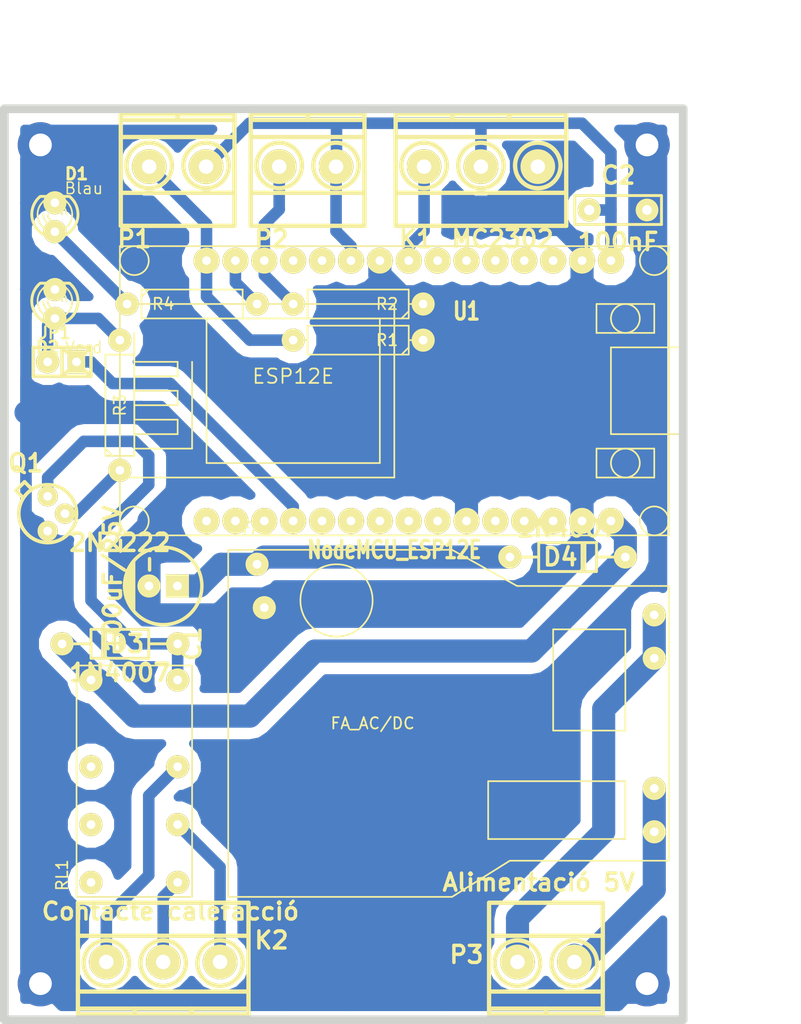
<source format=kicad_pcb>
(kicad_pcb (version 4) (host pcbnew 4.0.4-stable)

  (general
    (links 46)
    (no_connects 0)
    (area 110.743999 75.183999 171.196001 155.956001)
    (thickness 1.6002)
    (drawings 6)
    (tracks 150)
    (zones 0)
    (modules 24)
    (nets 40)
  )

  (page A4)
  (layers
    (0 F.Cu jumper)
    (31 B.Cu mixed)
    (32 B.Adhes user)
    (33 F.Adhes user)
    (34 B.Paste user)
    (35 F.Paste user)
    (36 B.SilkS user)
    (37 F.SilkS user)
    (38 B.Mask user)
    (39 F.Mask user)
    (40 Dwgs.User user)
    (41 Cmts.User user)
    (42 Eco1.User user)
    (43 Eco2.User user)
    (44 Edge.Cuts user)
    (45 Margin user)
    (46 B.CrtYd user)
    (47 F.CrtYd user)
    (48 B.Fab user)
    (49 F.Fab user)
  )

  (setup
    (last_trace_width 1.016)
    (user_trace_width 1.016)
    (trace_clearance 0.254)
    (zone_clearance 1.016)
    (zone_45_only yes)
    (trace_min 0.762)
    (segment_width 0.762)
    (edge_width 0.762)
    (via_size 2.032)
    (via_drill 1.016)
    (via_min_size 1.524)
    (via_min_drill 0.508)
    (user_via 3.5 3)
    (uvia_size 0.3)
    (uvia_drill 0.1)
    (uvias_allowed no)
    (uvia_min_size 0)
    (uvia_min_drill 0)
    (pcb_text_width 0.3)
    (pcb_text_size 1.5 1.5)
    (mod_edge_width 0.15)
    (mod_text_size 1 1)
    (mod_text_width 0.15)
    (pad_size 4 4)
    (pad_drill 2)
    (pad_to_mask_clearance 0.2)
    (aux_axis_origin 0 0)
    (grid_origin 110.49 154.94)
    (visible_elements FFFFFF7F)
    (pcbplotparams
      (layerselection 0x00030_80000001)
      (usegerberextensions false)
      (excludeedgelayer true)
      (linewidth 0.100000)
      (plotframeref false)
      (viasonmask false)
      (mode 1)
      (useauxorigin false)
      (hpglpennumber 1)
      (hpglpenspeed 20)
      (hpglpendiameter 15)
      (hpglpenoverlay 2)
      (psnegative false)
      (psa4output false)
      (plotreference true)
      (plotvalue true)
      (plotinvisibletext false)
      (padsonsilk false)
      (subtractmaskfromsilk false)
      (outputformat 1)
      (mirror false)
      (drillshape 1)
      (scaleselection 1)
      (outputdirectory ""))
  )

  (net 0 "")
  (net 1 "Net-(D1-Pad1)")
  (net 2 GND)
  (net 3 "Net-(K1-Pad3)")
  (net 4 "Net-(U1-Pad1)")
  (net 5 "Net-(U1-Pad2)")
  (net 6 "Net-(U1-Pad3)")
  (net 7 "Net-(U1-Pad5)")
  (net 8 "Net-(U1-Pad6)")
  (net 9 "Net-(U1-Pad7)")
  (net 10 "Net-(U1-Pad8)")
  (net 11 "Net-(U1-Pad9)")
  (net 12 "Net-(U1-Pad12)")
  (net 13 "Net-(U1-Pad13)")
  (net 14 "Net-(U1-Pad18)")
  (net 15 "Net-(U1-Pad19)")
  (net 16 "Net-(U1-Pad20)")
  (net 17 "Net-(U1-Pad21)")
  (net 18 "Net-(U1-Pad22)")
  (net 19 VCC)
  (net 20 /3,3V)
  (net 21 /AC1)
  (net 22 /AC2)
  (net 23 "Net-(P1-Pad2)")
  (net 24 "Net-(P2-Pad2)")
  (net 25 "Net-(U1-Pad27)")
  (net 26 "Net-(D3-Pad1)")
  (net 27 "Net-(K2-Pad3)")
  (net 28 "Net-(K2-Pad1)")
  (net 29 "Net-(K2-Pad2)")
  (net 30 "Net-(JP1-Pad1)")
  (net 31 "Net-(R4-Pad2)")
  (net 32 "Net-(D2-Pad1)")
  (net 33 "Net-(Q1-Pad2)")
  (net 34 "Net-(RL1-Pad11)")
  (net 35 "Net-(RL1-Pad12)")
  (net 36 "Net-(RL1-Pad14)")
  (net 37 /Vcc_fa)
  (net 38 "Net-(U1-Pad11)")
  (net 39 "Net-(U1-Pad26)")

  (net_class Default "This is the default net class."
    (clearance 0.254)
    (trace_width 1.016)
    (via_dia 2.032)
    (via_drill 1.016)
    (uvia_dia 0.3)
    (uvia_drill 0.1)
    (add_net "Net-(D1-Pad1)")
    (add_net "Net-(D2-Pad1)")
    (add_net "Net-(D3-Pad1)")
    (add_net "Net-(JP1-Pad1)")
    (add_net "Net-(K1-Pad3)")
    (add_net "Net-(K2-Pad1)")
    (add_net "Net-(K2-Pad2)")
    (add_net "Net-(K2-Pad3)")
    (add_net "Net-(P1-Pad2)")
    (add_net "Net-(P2-Pad2)")
    (add_net "Net-(Q1-Pad2)")
    (add_net "Net-(R4-Pad2)")
    (add_net "Net-(RL1-Pad11)")
    (add_net "Net-(RL1-Pad12)")
    (add_net "Net-(RL1-Pad14)")
    (add_net "Net-(U1-Pad1)")
    (add_net "Net-(U1-Pad11)")
    (add_net "Net-(U1-Pad12)")
    (add_net "Net-(U1-Pad13)")
    (add_net "Net-(U1-Pad18)")
    (add_net "Net-(U1-Pad19)")
    (add_net "Net-(U1-Pad2)")
    (add_net "Net-(U1-Pad20)")
    (add_net "Net-(U1-Pad21)")
    (add_net "Net-(U1-Pad22)")
    (add_net "Net-(U1-Pad26)")
    (add_net "Net-(U1-Pad27)")
    (add_net "Net-(U1-Pad3)")
    (add_net "Net-(U1-Pad5)")
    (add_net "Net-(U1-Pad6)")
    (add_net "Net-(U1-Pad7)")
    (add_net "Net-(U1-Pad8)")
    (add_net "Net-(U1-Pad9)")
  )

  (net_class Power ""
    (clearance 0.254)
    (trace_width 2.032)
    (via_dia 2.032)
    (via_drill 1.016)
    (uvia_dia 0.3)
    (uvia_drill 0.1)
    (add_net /3,3V)
    (add_net /AC1)
    (add_net /AC2)
    (add_net /Vcc_fa)
    (add_net GND)
    (add_net VCC)
  )

  (module to18 (layer F.Cu) (tedit 57E43545) (tstamp 57E43133)
    (at 114.935 111.125 270)
    (descr "TO18 package")
    (path /57E424BB)
    (fp_text reference Q1 (at -4.445 1.905 360) (layer F.SilkS)
      (effects (font (thickness 0.3048)))
    )
    (fp_text value 2N2222 (at 2.54 -6.35 360) (layer F.SilkS)
      (effects (font (thickness 0.3048)))
    )
    (fp_line (start -2.159 1.397) (end -2.794 2.032) (layer F.SilkS) (width 0.32258))
    (fp_line (start -2.794 2.032) (end -2.032 2.794) (layer F.SilkS) (width 0.32258))
    (fp_line (start -2.032 2.794) (end -1.397 2.159) (layer F.SilkS) (width 0.32258))
    (fp_circle (center 0 0) (end -2.54 0) (layer F.SilkS) (width 0.32258))
    (pad 1 thru_hole circle (at 1.524 0 270) (size 1.778 1.778) (drill 0.762) (layers *.Cu *.Mask F.SilkS)
      (net 2 GND) (clearance 0.127))
    (pad 2 thru_hole circle (at 0 -1.524 270) (size 1.778 1.778) (drill 0.762) (layers *.Cu *.Mask F.SilkS)
      (net 33 "Net-(Q1-Pad2)") (clearance 0.127))
    (pad 3 thru_hole circle (at -1.524 0 270) (size 1.778 1.778) (drill 0.762) (layers *.Cu *.Mask F.SilkS)
      (net 26 "Net-(D3-Pad1)") (clearance 0.127))
    (model "/home/laptop/Meves coses/KiCAD/Modules/to/to18.wrl"
      (at (xyz 0 0 0))
      (scale (xyz 1 1 1))
      (rotate (xyz 0 0 0))
    )
  )

  (module cnp_7x2mm (layer F.Cu) (tedit 57E8E9B3) (tstamp 57E8DAC0)
    (at 165.1 84.455)
    (descr "Capacitor non pol, 7x2,5mm")
    (path /57E8DF91)
    (fp_text reference C2 (at 0 -3.048) (layer F.SilkS)
      (effects (font (thickness 0.3048)))
    )
    (fp_text value 100nF (at 0 2.794) (layer F.SilkS)
      (effects (font (thickness 0.3048)))
    )
    (fp_line (start -3.81 -1.27) (end 3.81 -1.27) (layer F.SilkS) (width 0.254))
    (fp_line (start 3.81 -1.27) (end 3.81 1.27) (layer F.SilkS) (width 0.254))
    (fp_line (start 3.81 1.27) (end -3.81 1.27) (layer F.SilkS) (width 0.254))
    (fp_line (start -3.81 1.27) (end -3.81 -1.27) (layer F.SilkS) (width 0.254))
    (pad 1 thru_hole circle (at -2.54 0) (size 2.032 2.032) (drill 0.889) (layers *.Cu *.Mask F.SilkS)
      (net 20 /3,3V) (clearance 0.127))
    (pad 2 thru_hole circle (at 2.54 0) (size 1.99898 1.99898) (drill 0.84836) (layers *.Cu *.Mask F.SilkS)
      (net 2 GND))
    (model walter/capacitors/cnp_7x2mm.wrl
      (at (xyz 0 0 0))
      (scale (xyz 1 1 1))
      (rotate (xyz 0 0 0))
    )
    (model "/home/laptop/Meves coses/KiCAD/Modules/capacitors/cnp_7x2mm.wrl"
      (at (xyz 0 0 0))
      (scale (xyz 1 1 1))
      (rotate (xyz 0 0 0))
    )
  )

  (module Rele_30.22 (layer F.Cu) (tedit 57E4D33C) (tstamp 57E29233)
    (at 117.475 124.46 270)
    (path /57E2A2C0)
    (fp_text reference RL1 (at 18.415 1.27 270) (layer F.SilkS)
      (effects (font (size 1 1) (thickness 0.15)))
    )
    (fp_text value FINDER-30.22 (at 4.445 -11.43 270) (layer F.Fab)
      (effects (font (size 1 1) (thickness 0.15)))
    )
    (fp_line (start 0 0) (end 0 -10.16) (layer F.SilkS) (width 0.15))
    (fp_line (start 0 -10.16) (end 20.32 -10.16) (layer F.SilkS) (width 0.15))
    (fp_line (start 20.32 -10.16) (end 20.32 0) (layer F.SilkS) (width 0.15))
    (fp_line (start 20.32 0) (end 0 0) (layer F.SilkS) (width 0.15))
    (pad 1 thru_hole circle (at 1.27 -1.27 270) (size 2.032 2.032) (drill 0.762) (layers *.Cu *.Mask F.SilkS)
      (net 19 VCC) (clearance 0.127))
    (pad 2 thru_hole circle (at 1.27 -8.89 270) (size 2.032 2.032) (drill 0.762) (layers *.Cu *.Mask F.SilkS)
      (net 26 "Net-(D3-Pad1)") (clearance 0.127))
    (pad 11 thru_hole circle (at 8.89 -1.27 270) (size 2.032 2.032) (drill 0.762) (layers *.Cu *.Mask F.SilkS)
      (net 34 "Net-(RL1-Pad11)") (clearance 0.127))
    (pad 12 thru_hole circle (at 13.97 -1.27 270) (size 2.032 2.032) (drill 0.762) (layers *.Cu *.Mask F.SilkS)
      (net 35 "Net-(RL1-Pad12)") (clearance 0.127))
    (pad 14 thru_hole circle (at 19.05 -1.27 270) (size 2.032 2.032) (drill 0.762) (layers *.Cu *.Mask F.SilkS)
      (net 36 "Net-(RL1-Pad14)") (clearance 0.127))
    (pad 21 thru_hole circle (at 8.89 -8.89 270) (size 2.032 2.032) (drill 0.762) (layers *.Cu *.Mask F.SilkS)
      (net 28 "Net-(K2-Pad1)") (clearance 0.127))
    (pad 22 thru_hole circle (at 13.97 -8.89 270) (size 2.032 2.032) (drill 0.762) (layers *.Cu *.Mask F.SilkS)
      (net 27 "Net-(K2-Pad3)") (clearance 0.127))
    (pad 24 thru_hole circle (at 19.05 -8.89 270) (size 2.032 2.032) (drill 0.762) (layers *.Cu *.Mask F.SilkS)
      (net 29 "Net-(K2-Pad2)") (clearance 0.127))
    (model "/home/laptop/Meves coses/KiCAD/Modules/relay/relay_30.22.wrl"
      (at (xyz 0 0 0))
      (scale (xyz 0.3937 0.3937 0.3937))
      (rotate (xyz 0 0 0))
    )
  )

  (module NodeMCU_ESP12E (layer F.Cu) (tedit 57E4D402) (tstamp 57DEA10B)
    (at 145.415 100.33)
    (tags NodeMCU)
    (path /57D7B4B7)
    (fp_text reference U1 (at 6.35 -6.985) (layer F.SilkS)
      (effects (font (size 1.524 1.143) (thickness 0.28702)))
    )
    (fp_text value NodeMCU_ESP12E (at 0 13.97) (layer F.SilkS)
      (effects (font (size 1.524 1.143) (thickness 0.28575)))
    )
    (fp_circle (center -22.86 11.43) (end -22.86 12.7) (layer F.SilkS) (width 0.15))
    (fp_circle (center 22.86 11.43) (end 22.86 12.7) (layer F.SilkS) (width 0.15))
    (fp_circle (center 22.86 -11.43) (end 22.86 -10.16) (layer F.SilkS) (width 0.15))
    (fp_circle (center -22.86 -11.43) (end -21.59 -11.43) (layer F.SilkS) (width 0.15))
    (fp_line (start -22.86 -5.08) (end -22.86 -2.54) (layer F.SilkS) (width 0.15))
    (fp_line (start -22.86 -2.54) (end -19.05 -2.54) (layer F.SilkS) (width 0.15))
    (fp_line (start -19.05 -2.54) (end -19.05 -1.27) (layer F.SilkS) (width 0.15))
    (fp_line (start -19.05 -1.27) (end -22.86 -1.27) (layer F.SilkS) (width 0.15))
    (fp_line (start -22.86 -1.27) (end -22.86 0) (layer F.SilkS) (width 0.15))
    (fp_line (start -22.86 0) (end -19.05 0) (layer F.SilkS) (width 0.15))
    (fp_line (start -19.05 0) (end -19.05 1.27) (layer F.SilkS) (width 0.15))
    (fp_line (start -19.05 1.27) (end -22.86 1.27) (layer F.SilkS) (width 0.15))
    (fp_line (start -22.86 1.27) (end -22.86 2.54) (layer F.SilkS) (width 0.15))
    (fp_line (start -22.86 2.54) (end -19.05 2.54) (layer F.SilkS) (width 0.15))
    (fp_line (start -19.05 2.54) (end -19.05 3.81) (layer F.SilkS) (width 0.15))
    (fp_line (start -19.05 3.81) (end -22.86 3.81) (layer F.SilkS) (width 0.15))
    (fp_line (start -22.86 3.81) (end -22.86 5.08) (layer F.SilkS) (width 0.15))
    (fp_line (start -22.86 5.08) (end -17.78 5.08) (layer F.SilkS) (width 0.15))
    (fp_line (start -17.78 5.08) (end -17.78 -2.54) (layer F.SilkS) (width 0.15))
    (fp_text user ESP12E (at -8.89 -1.27) (layer F.SilkS)
      (effects (font (size 1.27 1.27) (thickness 0.15)))
    )
    (fp_line (start -1.27 6.35) (end -1.27 -6.35) (layer F.SilkS) (width 0.15))
    (fp_line (start -1.27 -6.35) (end -16.51 -6.35) (layer F.SilkS) (width 0.15))
    (fp_line (start -16.51 -6.35) (end -16.51 6.35) (layer F.SilkS) (width 0.15))
    (fp_line (start -16.51 6.35) (end -1.27 6.35) (layer F.SilkS) (width 0.15))
    (fp_line (start -24.13 7.62) (end 0 7.62) (layer F.SilkS) (width 0.15))
    (fp_line (start 0 7.62) (end 0 -7.62) (layer F.SilkS) (width 0.15))
    (fp_line (start 0 -7.62) (end -24.13 -7.62) (layer F.SilkS) (width 0.15))
    (fp_circle (center 20.32 6.35) (end 20.32 7.62) (layer F.SilkS) (width 0.15))
    (fp_circle (center 20.32 -6.35) (end 21.59 -6.35) (layer F.SilkS) (width 0.15))
    (fp_line (start 19.05 -5.08) (end 17.78 -5.08) (layer F.SilkS) (width 0.15))
    (fp_line (start 19.05 -7.62) (end 17.78 -7.62) (layer F.SilkS) (width 0.15))
    (fp_line (start 19.05 7.62) (end 17.78 7.62) (layer F.SilkS) (width 0.15))
    (fp_line (start 21.59 5.08) (end 22.86 5.08) (layer F.SilkS) (width 0.15))
    (fp_line (start 21.59 5.08) (end 17.78 5.08) (layer F.SilkS) (width 0.15))
    (fp_line (start 17.78 5.08) (end 17.78 7.62) (layer F.SilkS) (width 0.15))
    (fp_line (start 19.05 7.62) (end 22.86 7.62) (layer F.SilkS) (width 0.15))
    (fp_line (start 22.86 7.62) (end 22.86 5.08) (layer F.SilkS) (width 0.15))
    (fp_line (start 22.86 -7.62) (end 19.05 -7.62) (layer F.SilkS) (width 0.15))
    (fp_line (start 17.78 -7.62) (end 17.78 -5.08) (layer F.SilkS) (width 0.15))
    (fp_line (start 19.05 -5.08) (end 22.86 -5.08) (layer F.SilkS) (width 0.15))
    (fp_line (start 22.86 -5.08) (end 22.86 -7.62) (layer F.SilkS) (width 0.15))
    (fp_line (start 24.13 3.81) (end 19.05 3.81) (layer F.SilkS) (width 0.15))
    (fp_line (start 19.05 3.81) (end 19.05 -3.81) (layer F.SilkS) (width 0.15))
    (fp_line (start 19.05 -3.81) (end 25.4 -3.81) (layer F.SilkS) (width 0.15))
    (fp_line (start 25.4 -3.81) (end 25.4 3.81) (layer F.SilkS) (width 0.15))
    (fp_line (start 25.4 3.81) (end 24.13 3.81) (layer F.SilkS) (width 0.15))
    (fp_line (start -24.13 12.7) (end -24.13 -12.7) (layer F.SilkS) (width 0.15))
    (fp_line (start -24.13 -12.7) (end 24.13 -12.7) (layer F.SilkS) (width 0.15))
    (fp_line (start 24.13 -12.7) (end 24.13 12.7) (layer F.SilkS) (width 0.15))
    (fp_line (start 24.13 12.7) (end -24.13 12.7) (layer F.SilkS) (width 0.15))
    (pad 30 thru_hole circle (at -16.51 -11.43) (size 2.286 2.286) (drill 0.762) (layers *.Cu *.Mask F.SilkS)
      (net 23 "Net-(P1-Pad2)"))
    (pad 29 thru_hole circle (at -13.97 -11.43) (size 2.286 2.286) (drill 0.762) (layers *.Cu *.Mask F.SilkS)
      (net 31 "Net-(R4-Pad2)"))
    (pad 1 thru_hole circle (at -16.51 11.43) (size 2.286 2.286) (drill 0.762) (layers *.Cu *.Mask F.SilkS)
      (net 4 "Net-(U1-Pad1)"))
    (pad 2 thru_hole circle (at -13.97 11.43) (size 2.286 2.286) (drill 0.762) (layers *.Cu *.Mask F.SilkS)
      (net 5 "Net-(U1-Pad2)"))
    (pad 3 thru_hole circle (at -11.43 11.43) (size 2.286 2.286) (drill 0.762) (layers *.Cu *.Mask F.SilkS)
      (net 6 "Net-(U1-Pad3)"))
    (pad 4 thru_hole circle (at -8.89 11.43) (size 2.286 2.286) (drill 0.762) (layers *.Cu *.Mask F.SilkS)
      (net 30 "Net-(JP1-Pad1)"))
    (pad 5 thru_hole circle (at -6.35 11.43) (size 2.286 2.286) (drill 0.762) (layers *.Cu *.Mask F.SilkS)
      (net 7 "Net-(U1-Pad5)"))
    (pad 6 thru_hole circle (at -3.81 11.43) (size 2.286 2.286) (drill 0.762) (layers *.Cu *.Mask F.SilkS)
      (net 8 "Net-(U1-Pad6)"))
    (pad 7 thru_hole circle (at -1.27 11.43) (size 2.286 2.286) (drill 0.762) (layers *.Cu *.Mask F.SilkS)
      (net 9 "Net-(U1-Pad7)"))
    (pad 8 thru_hole circle (at 1.27 11.43) (size 2.286 2.286) (drill 0.762) (layers *.Cu *.Mask F.SilkS)
      (net 10 "Net-(U1-Pad8)"))
    (pad 9 thru_hole circle (at 3.81 11.43) (size 2.286 2.286) (drill 0.762) (layers *.Cu *.Mask F.SilkS)
      (net 11 "Net-(U1-Pad9)"))
    (pad 10 thru_hole circle (at 6.35 11.43) (size 2.286 2.286) (drill 0.762) (layers *.Cu *.Mask F.SilkS)
      (net 2 GND))
    (pad 11 thru_hole circle (at 8.89 11.43) (size 2.286 2.286) (drill 0.762) (layers *.Cu *.Mask F.SilkS)
      (net 38 "Net-(U1-Pad11)"))
    (pad 12 thru_hole circle (at 11.43 11.43) (size 2.286 2.286) (drill 0.762) (layers *.Cu *.Mask F.SilkS)
      (net 12 "Net-(U1-Pad12)"))
    (pad 13 thru_hole circle (at 13.97 11.43) (size 2.286 2.286) (drill 0.762) (layers *.Cu *.Mask F.SilkS)
      (net 13 "Net-(U1-Pad13)"))
    (pad 14 thru_hole circle (at 16.51 11.43) (size 2.286 2.286) (drill 0.762) (layers *.Cu *.Mask F.SilkS)
      (net 2 GND))
    (pad 15 thru_hole circle (at 19.05 11.43) (size 2.286 2.286) (drill 0.762) (layers *.Cu *.Mask F.SilkS)
      (net 19 VCC))
    (pad 16 thru_hole circle (at 19.05 -11.43) (size 2.286 2.286) (drill 0.762) (layers *.Cu *.Mask F.SilkS)
      (net 20 /3,3V))
    (pad 17 thru_hole circle (at 16.51 -11.43) (size 2.286 2.286) (drill 0.762) (layers *.Cu *.Mask F.SilkS)
      (net 2 GND))
    (pad 18 thru_hole circle (at 13.97 -11.43) (size 2.286 2.286) (drill 0.762) (layers *.Cu *.Mask F.SilkS)
      (net 14 "Net-(U1-Pad18)"))
    (pad 19 thru_hole circle (at 11.43 -11.43) (size 2.286 2.286) (drill 0.762) (layers *.Cu *.Mask F.SilkS)
      (net 15 "Net-(U1-Pad19)"))
    (pad 20 thru_hole circle (at 8.89 -11.43) (size 2.286 2.286) (drill 0.762) (layers *.Cu *.Mask F.SilkS)
      (net 16 "Net-(U1-Pad20)"))
    (pad 21 thru_hole circle (at 6.35 -11.43) (size 2.286 2.286) (drill 0.762) (layers *.Cu *.Mask F.SilkS)
      (net 17 "Net-(U1-Pad21)"))
    (pad 22 thru_hole circle (at 3.81 -11.43) (size 2.286 2.286) (drill 0.762) (layers *.Cu *.Mask F.SilkS)
      (net 18 "Net-(U1-Pad22)"))
    (pad 23 thru_hole circle (at 1.27 -11.43) (size 2.286 2.286) (drill 0.762) (layers *.Cu *.Mask F.SilkS)
      (net 3 "Net-(K1-Pad3)"))
    (pad 24 thru_hole circle (at -1.27 -11.43) (size 2.286 2.286) (drill 0.762) (layers *.Cu *.Mask F.SilkS)
      (net 2 GND))
    (pad 25 thru_hole circle (at -3.81 -11.43) (size 2.286 2.286) (drill 0.762) (layers *.Cu *.Mask F.SilkS)
      (net 20 /3,3V))
    (pad 26 thru_hole circle (at -6.35 -11.43) (size 2.286 2.286) (drill 0.762) (layers *.Cu *.Mask F.SilkS)
      (net 39 "Net-(U1-Pad26)"))
    (pad 27 thru_hole circle (at -8.89 -11.43) (size 2.286 2.286) (drill 0.762) (layers *.Cu *.Mask F.SilkS)
      (net 25 "Net-(U1-Pad27)"))
    (pad 28 thru_hole circle (at -11.43 -11.43) (size 2.286 2.286) (drill 0.762) (layers *.Cu *.Mask F.SilkS)
      (net 24 "Net-(P2-Pad2)"))
  )

  (module FA220_5Vdc (layer F.Cu) (tedit 57E4D2C4) (tstamp 57DD1FFD)
    (at 169.545 141.605 180)
    (path /57DD2BFB)
    (fp_text reference FA1 (at 36.195 29.21 180) (layer F.SilkS)
      (effects (font (size 1 1) (thickness 0.15)))
    )
    (fp_text value FA_AC/DC (at 26.035 12.065 180) (layer F.SilkS)
      (effects (font (size 1 1) (thickness 0.15)))
    )
    (fp_line (start 3.81 11.43) (end 3.81 20.32) (layer F.SilkS) (width 0.15))
    (fp_line (start 3.81 20.32) (end 10.16 20.32) (layer F.SilkS) (width 0.15))
    (fp_line (start 10.16 20.32) (end 10.16 11.43) (layer F.SilkS) (width 0.15))
    (fp_line (start 10.16 11.43) (end 3.81 11.43) (layer F.SilkS) (width 0.15))
    (fp_line (start 15.875 6.985) (end 15.875 1.905) (layer F.SilkS) (width 0.15))
    (fp_line (start 15.875 1.905) (end 3.81 1.905) (layer F.SilkS) (width 0.15))
    (fp_line (start 3.81 1.905) (end 3.81 6.985) (layer F.SilkS) (width 0.15))
    (fp_line (start 3.81 6.985) (end 15.875 6.985) (layer F.SilkS) (width 0.15))
    (fp_circle (center 29.21 22.86) (end 31.75 24.765) (layer F.SilkS) (width 0.15))
    (fp_line (start 38.735 27.305) (end 38.735 -3.175) (layer F.SilkS) (width 0.15))
    (fp_line (start 38.735 -3.175) (end 19.05 -3.175) (layer F.SilkS) (width 0.15))
    (fp_line (start 19.05 -3.175) (end 13.97 0) (layer F.SilkS) (width 0.15))
    (fp_line (start 13.97 0) (end 0 0) (layer F.SilkS) (width 0.15))
    (fp_line (start 0 0) (end 0 24.13) (layer F.SilkS) (width 0.15))
    (fp_line (start 0 24.13) (end 13.335 24.13) (layer F.SilkS) (width 0.15))
    (fp_line (start 13.335 24.13) (end 19.05 27.305) (layer F.SilkS) (width 0.15))
    (fp_line (start 19.05 27.305) (end 38.735 27.305) (layer F.SilkS) (width 0.15))
    (pad 3 thru_hole circle (at 36.195 26.035 180) (size 2.032 2.032) (drill 0.762) (layers *.Cu *.Mask F.SilkS)
      (net 37 /Vcc_fa) (clearance 0.127))
    (pad 4 thru_hole circle (at 35.56 22.225 180) (size 2.032 2.032) (drill 0.762) (layers *.Cu *.Mask F.SilkS)
      (net 2 GND) (clearance 0.127))
    (pad 1 thru_hole circle (at 1.27 2.54 180) (size 2.032 2.032) (drill 0.762) (layers *.Cu *.Mask F.SilkS)
      (net 21 /AC1) (clearance 0.127))
    (pad 1 thru_hole circle (at 1.27 6.35 180) (size 2.032 2.032) (drill 0.762) (layers *.Cu *.Mask F.SilkS)
      (net 21 /AC1) (clearance 0.127))
    (pad 2 thru_hole circle (at 1.27 17.78 180) (size 2.032 2.032) (drill 0.762) (layers *.Cu *.Mask F.SilkS)
      (net 22 /AC2) (clearance 0.127))
    (pad 2 thru_hole circle (at 1.27 21.59 180) (size 2.032 2.032) (drill 0.762) (layers *.Cu *.Mask F.SilkS)
      (net 22 /AC2) (clearance 0.127))
  )

  (module diode_do41 (layer F.Cu) (tedit 57E43E04) (tstamp 57E29225)
    (at 121.285 122.555 180)
    (descr "Diode, DO-41 package")
    (path /57E28E6F)
    (fp_text reference D3 (at -0.635 0 180) (layer F.SilkS)
      (effects (font (thickness 0.3048)))
    )
    (fp_text value 1N4007 (at 0 -2.54 180) (layer F.SilkS)
      (effects (font (thickness 0.3048)))
    )
    (fp_line (start 1.524 1.27) (end 1.524 -1.27) (layer F.SilkS) (width 0.254))
    (fp_line (start 1.27 -1.27) (end 1.27 1.27) (layer F.SilkS) (width 0.254))
    (fp_line (start -2.54 -1.27) (end -2.54 1.27) (layer F.SilkS) (width 0.254))
    (fp_line (start 2.54 -1.27) (end 2.54 1.27) (layer F.SilkS) (width 0.254))
    (fp_line (start -2.54 -1.27) (end 2.54 -1.27) (layer F.SilkS) (width 0.254))
    (fp_line (start 2.54 1.27) (end -2.54 1.27) (layer F.SilkS) (width 0.254))
    (fp_line (start 4.826 0) (end 2.54 0) (layer F.SilkS) (width 0.254))
    (fp_line (start -2.54 0) (end -4.826 0) (layer F.SilkS) (width 0.254))
    (pad 1 thru_hole circle (at -5.08 0 180) (size 2.032 2.032) (drill 0.762) (layers *.Cu *.Mask F.SilkS)
      (net 26 "Net-(D3-Pad1)") (clearance 0.127))
    (pad 2 thru_hole circle (at 5.08 0 180) (size 2.032 2.032) (drill 0.762) (layers *.Cu *.Mask F.SilkS)
      (net 19 VCC) (clearance 0.127))
    (model "/home/laptop/Meves coses/KiCAD/Modules/pth_diodes/diode_do41.wrl"
      (at (xyz 0 0 0))
      (scale (xyz 1 1 1))
      (rotate (xyz 0 0 0))
    )
  )

  (module CP_6.3x11mm (layer F.Cu) (tedit 57E43517) (tstamp 57E4312C)
    (at 125.095 117.475 90)
    (descr "Capacitor, pol, cyl 6.3x11mm")
    (path /57E43F03)
    (fp_text reference C1 (at -5.08 2.54 90) (layer F.SilkS)
      (effects (font (thickness 0.3048)))
    )
    (fp_text value 100uF/25V (at 0.635 -4.445 90) (layer F.SilkS)
      (effects (font (thickness 0.3048)))
    )
    (fp_line (start -2.1 -2.6) (end 2.1 -2.6) (layer F.SilkS) (width 0.3048))
    (fp_line (start -1.8 -2.8) (end 1.8 -2.8) (layer F.SilkS) (width 0.3048))
    (fp_line (start -1.4 -3) (end 1.4 -3) (layer F.SilkS) (width 0.3048))
    (fp_line (start -0.8 -3.2) (end 0.9 -3.2) (layer F.SilkS) (width 0.3048))
    (fp_circle (center 0 0) (end -3.4 0) (layer F.SilkS) (width 0.3048))
    (fp_line (start 1.4 -1.2) (end 2.4 -1.2) (layer F.SilkS) (width 0.3))
    (pad 1 thru_hole rect (at 0 1.25 90) (size 2.032 2.032) (drill 0.762) (layers *.Cu *.Mask F.SilkS)
      (net 37 /Vcc_fa) (clearance 0.127))
    (pad 2 thru_hole circle (at 0 -1.25 90) (size 2.032 2.032) (drill 0.762) (layers *.Cu *.Mask F.SilkS)
      (net 2 GND) (clearance 0.127))
    (model "/home/laptop/Meves coses/KiCAD/Modules/capacitors/cp_6.3x11mm.wrl"
      (at (xyz 0 0 0))
      (scale (xyz 1 1 1))
      (rotate (xyz 0 0 0))
    )
  )

  (module w_conn_mkds:mkds_1,5-3 (layer F.Cu) (tedit 57E3A564) (tstamp 57E2922C)
    (at 125.095 150.495)
    (descr "3-way 5mm pitch terminal block, Phoenix MKDS series")
    (path /57E2A62C)
    (fp_text reference K2 (at 9.525 -1.905) (layer F.SilkS)
      (effects (font (size 1.5 1.5) (thickness 0.3)))
    )
    (fp_text value "Contacte calefacció" (at 0.635 -4.445) (layer F.SilkS)
      (effects (font (size 1.5 1.5) (thickness 0.3)))
    )
    (fp_circle (center 5 0.1) (end 3 0.1) (layer F.SilkS) (width 0.381))
    (fp_line (start 2.5 4.1) (end 2.5 4.6) (layer F.SilkS) (width 0.381))
    (fp_line (start -2.5 4.1) (end -2.5 4.6) (layer F.SilkS) (width 0.381))
    (fp_circle (center 0 0.1) (end -2 0.1) (layer F.SilkS) (width 0.381))
    (fp_circle (center -5 0.1) (end -3 0.1) (layer F.SilkS) (width 0.381))
    (fp_line (start -7.5 2.6) (end 7.5 2.6) (layer F.SilkS) (width 0.381))
    (fp_line (start -7.5 -2.3) (end 7.5 -2.3) (layer F.SilkS) (width 0.381))
    (fp_line (start -7.5 4.1) (end 7.5 4.1) (layer F.SilkS) (width 0.381))
    (fp_line (start -7.5 4.6) (end 7.5 4.6) (layer F.SilkS) (width 0.381))
    (fp_line (start 7.5 4.6) (end 7.5 -5.2) (layer F.SilkS) (width 0.381))
    (fp_line (start 7.5 -5.2) (end -7.5 -5.2) (layer F.SilkS) (width 0.381))
    (fp_line (start -7.5 -5.2) (end -7.5 4.6) (layer F.SilkS) (width 0.381))
    (pad 3 thru_hole circle (at 5 0) (size 3.048 3.048) (drill 1.27) (layers *.Cu *.Mask F.SilkS)
      (net 27 "Net-(K2-Pad3)"))
    (pad 1 thru_hole circle (at -5 0) (size 3.048 3.048) (drill 1.27) (layers *.Cu *.Mask F.SilkS)
      (net 28 "Net-(K2-Pad1)"))
    (pad 2 thru_hole circle (at 0 0) (size 3.048 3.048) (drill 1.27) (layers *.Cu *.Mask F.SilkS)
      (net 29 "Net-(K2-Pad2)"))
    (model "/home/laptop/Meves coses/KiCAD/Modules/conn_mkds/mkds_1,5-3.wrl"
      (at (xyz 0 0 0))
      (scale (xyz 1 1 1))
      (rotate (xyz 0 0 0))
    )
  )

  (module w_pth_resistors:RC05 (layer F.Cu) (tedit 57E39DFE) (tstamp 57E39B86)
    (at 127.635 92.71)
    (path /57E397BB)
    (fp_text reference R4 (at -2.54 0) (layer F.SilkS)
      (effects (font (size 1 1) (thickness 0.15)))
    )
    (fp_text value 120 (at 2.54 0) (layer F.Fab)
      (effects (font (size 1 1) (thickness 0.15)))
    )
    (fp_line (start -4.445 -1.27) (end -4.445 1.27) (layer F.SilkS) (width 0.15))
    (fp_line (start -4.445 1.27) (end 4.445 1.27) (layer F.SilkS) (width 0.15))
    (fp_line (start 4.445 1.27) (end 4.445 -1.27) (layer F.SilkS) (width 0.15))
    (fp_line (start 4.445 -1.27) (end -4.445 -1.27) (layer F.SilkS) (width 0.15))
    (fp_line (start -4.445 -0.635) (end -3.81 -1.27) (layer F.SilkS) (width 0.15))
    (fp_line (start -4.445 0) (end -5.715 0) (layer F.SilkS) (width 0.15))
    (fp_line (start 4.445 0) (end 5.715 0) (layer F.SilkS) (width 0.15))
    (pad 1 thru_hole circle (at -5.715 0) (size 2.032 2.032) (drill 0.762) (layers *.Cu *.Mask F.SilkS)
      (net 1 "Net-(D1-Pad1)"))
    (pad 2 thru_hole circle (at 5.715 0) (size 2.032 2.032) (drill 0.762) (layers *.Cu *.Mask F.SilkS)
      (net 31 "Net-(R4-Pad2)"))
    (model "/home/laptop/Meves coses/KiCAD/Modules/pth_resistors/rc05.wrl"
      (at (xyz 0 0 0))
      (scale (xyz 1 1 1))
      (rotate (xyz 0 0 0))
    )
  )

  (module w_pin_strip:pin_socket_2 (layer F.Cu) (tedit 57E4355D) (tstamp 57E2BA45)
    (at 116.205 97.79 180)
    (descr "Pin socket 2pin")
    (tags "CONN DEV")
    (path /57E2B813)
    (fp_text reference JP1 (at 0.635 2.54 180) (layer F.SilkS)
      (effects (font (size 1.016 1.016) (thickness 0.2032)))
    )
    (fp_text value JUMPER (at 0.254 -3.556 180) (layer F.SilkS) hide
      (effects (font (size 1.016 0.889) (thickness 0.2032)))
    )
    (fp_line (start 0 -1.27) (end 0 1.27) (layer F.SilkS) (width 0.3048))
    (fp_line (start 0 1.27) (end -2.54 -1.27) (layer F.SilkS) (width 0.3048))
    (fp_line (start -2.54 1.27) (end 0 -1.27) (layer F.SilkS) (width 0.3048))
    (fp_line (start 2.54 1.27) (end -2.54 1.27) (layer F.SilkS) (width 0.3048))
    (fp_line (start -2.54 -1.27) (end 2.54 -1.27) (layer F.SilkS) (width 0.3048))
    (fp_line (start -2.54 1.27) (end -2.54 -1.27) (layer F.SilkS) (width 0.3048))
    (fp_line (start 2.54 -1.27) (end 2.54 1.27) (layer F.SilkS) (width 0.3048))
    (pad 1 thru_hole rect (at -1.27 0 180) (size 1.524 2.032) (drill 0.762) (layers *.Cu *.Mask F.SilkS)
      (net 30 "Net-(JP1-Pad1)") (clearance 0.127))
    (pad 2 thru_hole circle (at 1.27 0 180) (size 2.032 2.032) (drill 0.762) (layers *.Cu *.Mask F.SilkS)
      (net 32 "Net-(D2-Pad1)") (clearance 0.127))
    (model walter/pin_strip/pin_socket_2.wrl
      (at (xyz 0 0 0))
      (scale (xyz 1 1 1))
      (rotate (xyz 0 0 0))
    )
  )

  (module W_led:Led_3mm (layer F.Cu) (tedit 57E43624) (tstamp 57D830BC)
    (at 115.57 85.09 90)
    (descr "LED 3mm - Lead pitch 100mil (2,54mm)")
    (tags "LED led 3mm 3MM 100mil 2,54mm")
    (path /57D6C7FC)
    (fp_text reference D1 (at 3.81 1.905 180) (layer F.SilkS)
      (effects (font (size 1.016 1.016) (thickness 0.254)))
    )
    (fp_text value Blau (at 2.54 2.54 180) (layer F.SilkS)
      (effects (font (size 1.016 1.016) (thickness 0.127)))
    )
    (fp_line (start 1.8288 1.27) (end 1.8288 -1.27) (layer F.SilkS) (width 0.254))
    (fp_arc (start 0.254 0) (end -1.27 0) (angle 39.8) (layer F.SilkS) (width 0.1524))
    (fp_arc (start 0.254 0) (end -0.88392 1.01092) (angle 41.6) (layer F.SilkS) (width 0.1524))
    (fp_arc (start 0.254 0) (end 1.4097 -0.9906) (angle 40.6) (layer F.SilkS) (width 0.1524))
    (fp_arc (start 0.254 0) (end 1.778 0) (angle 39.8) (layer F.SilkS) (width 0.1524))
    (fp_arc (start 0.254 0) (end 0.254 -1.524) (angle 54.4) (layer F.SilkS) (width 0.1524))
    (fp_arc (start 0.254 0) (end -0.9652 -0.9144) (angle 53.1) (layer F.SilkS) (width 0.1524))
    (fp_arc (start 0.254 0) (end 1.45542 0.93472) (angle 52.1) (layer F.SilkS) (width 0.1524))
    (fp_arc (start 0.254 0) (end 0.254 1.524) (angle 52.1) (layer F.SilkS) (width 0.1524))
    (fp_arc (start 0.254 0) (end -0.381 0) (angle 90) (layer F.SilkS) (width 0.1524))
    (fp_arc (start 0.254 0) (end -0.762 0) (angle 90) (layer F.SilkS) (width 0.1524))
    (fp_arc (start 0.254 0) (end 0.889 0) (angle 90) (layer F.SilkS) (width 0.1524))
    (fp_arc (start 0.254 0) (end 1.27 0) (angle 90) (layer F.SilkS) (width 0.1524))
    (fp_arc (start 0.254 0) (end 0.254 -2.032) (angle 50.1) (layer F.SilkS) (width 0.254))
    (fp_arc (start 0.254 0) (end -1.5367 -0.95504) (angle 61.9) (layer F.SilkS) (width 0.254))
    (fp_arc (start 0.254 0) (end 1.8034 1.31064) (angle 49.7) (layer F.SilkS) (width 0.254))
    (fp_arc (start 0.254 0) (end 0.254 2.032) (angle 60.2) (layer F.SilkS) (width 0.254))
    (fp_arc (start 0.254 0) (end -1.778 0) (angle 28.3) (layer F.SilkS) (width 0.254))
    (fp_arc (start 0.254 0) (end -1.47574 1.06426) (angle 31.6) (layer F.SilkS) (width 0.254))
    (pad 1 thru_hole circle (at -1.27 0 90) (size 2.032 2.032) (drill 0.762) (layers *.Cu *.Mask F.SilkS)
      (net 1 "Net-(D1-Pad1)") (clearance 0.127))
    (pad 2 thru_hole circle (at 1.27 0 90) (size 2.032 2.032) (drill 0.762) (layers *.Cu *.Mask F.SilkS)
      (net 2 GND) (clearance 0.127))
    (model "/home/laptop/Meves coses/KiCAD/Modules/discret/leds/led3_vertical_branco.wrl"
      (at (xyz 0 0 0))
      (scale (xyz 1 1 1))
      (rotate (xyz 0 0 0))
    )
  )

  (module W_led:Led_3mm (layer F.Cu) (tedit 57E43634) (tstamp 57D830C1)
    (at 115.57 92.71 90)
    (descr "LED 3mm - Lead pitch 100mil (2,54mm)")
    (tags "LED led 3mm 3MM 100mil 2,54mm")
    (path /57D6C8CD)
    (fp_text reference D2 (at -3.81 -0.635 180) (layer F.SilkS)
      (effects (font (size 1.016 1.016) (thickness 0.254)))
    )
    (fp_text value Verd (at -3.81 2.54 180) (layer F.SilkS)
      (effects (font (size 1.016 1.016) (thickness 0.127)))
    )
    (fp_line (start 1.8288 1.27) (end 1.8288 -1.27) (layer F.SilkS) (width 0.254))
    (fp_arc (start 0.254 0) (end -1.27 0) (angle 39.8) (layer F.SilkS) (width 0.1524))
    (fp_arc (start 0.254 0) (end -0.88392 1.01092) (angle 41.6) (layer F.SilkS) (width 0.1524))
    (fp_arc (start 0.254 0) (end 1.4097 -0.9906) (angle 40.6) (layer F.SilkS) (width 0.1524))
    (fp_arc (start 0.254 0) (end 1.778 0) (angle 39.8) (layer F.SilkS) (width 0.1524))
    (fp_arc (start 0.254 0) (end 0.254 -1.524) (angle 54.4) (layer F.SilkS) (width 0.1524))
    (fp_arc (start 0.254 0) (end -0.9652 -0.9144) (angle 53.1) (layer F.SilkS) (width 0.1524))
    (fp_arc (start 0.254 0) (end 1.45542 0.93472) (angle 52.1) (layer F.SilkS) (width 0.1524))
    (fp_arc (start 0.254 0) (end 0.254 1.524) (angle 52.1) (layer F.SilkS) (width 0.1524))
    (fp_arc (start 0.254 0) (end -0.381 0) (angle 90) (layer F.SilkS) (width 0.1524))
    (fp_arc (start 0.254 0) (end -0.762 0) (angle 90) (layer F.SilkS) (width 0.1524))
    (fp_arc (start 0.254 0) (end 0.889 0) (angle 90) (layer F.SilkS) (width 0.1524))
    (fp_arc (start 0.254 0) (end 1.27 0) (angle 90) (layer F.SilkS) (width 0.1524))
    (fp_arc (start 0.254 0) (end 0.254 -2.032) (angle 50.1) (layer F.SilkS) (width 0.254))
    (fp_arc (start 0.254 0) (end -1.5367 -0.95504) (angle 61.9) (layer F.SilkS) (width 0.254))
    (fp_arc (start 0.254 0) (end 1.8034 1.31064) (angle 49.7) (layer F.SilkS) (width 0.254))
    (fp_arc (start 0.254 0) (end 0.254 2.032) (angle 60.2) (layer F.SilkS) (width 0.254))
    (fp_arc (start 0.254 0) (end -1.778 0) (angle 28.3) (layer F.SilkS) (width 0.254))
    (fp_arc (start 0.254 0) (end -1.47574 1.06426) (angle 31.6) (layer F.SilkS) (width 0.254))
    (pad 1 thru_hole circle (at -1.27 0 90) (size 2.032 2.032) (drill 0.762) (layers *.Cu *.Mask F.SilkS)
      (net 32 "Net-(D2-Pad1)") (clearance 0.127))
    (pad 2 thru_hole circle (at 1.27 0 90) (size 2.032 2.032) (drill 0.762) (layers *.Cu *.Mask F.SilkS)
      (net 2 GND) (clearance 0.127))
    (model "/home/laptop/Meves coses/KiCAD/Modules/discret/leds/led3_vertical_branco.wrl"
      (at (xyz 0 0 0))
      (scale (xyz 1 1 1))
      (rotate (xyz 0 0 0))
    )
  )

  (module w_pth_resistors:RC05 (layer F.Cu) (tedit 57DEA446) (tstamp 57D82A4F)
    (at 142.24 92.71 180)
    (path /57D6C2E4)
    (fp_text reference R2 (at -2.54 0 180) (layer F.SilkS)
      (effects (font (size 1 1) (thickness 0.15)))
    )
    (fp_text value 120 (at 2.54 0 180) (layer F.Fab)
      (effects (font (size 1 1) (thickness 0.15)))
    )
    (fp_line (start -4.445 -1.27) (end -4.445 1.27) (layer F.SilkS) (width 0.15))
    (fp_line (start -4.445 1.27) (end 4.445 1.27) (layer F.SilkS) (width 0.15))
    (fp_line (start 4.445 1.27) (end 4.445 -1.27) (layer F.SilkS) (width 0.15))
    (fp_line (start 4.445 -1.27) (end -4.445 -1.27) (layer F.SilkS) (width 0.15))
    (fp_line (start -4.445 -0.635) (end -3.81 -1.27) (layer F.SilkS) (width 0.15))
    (fp_line (start -4.445 0) (end -5.715 0) (layer F.SilkS) (width 0.15))
    (fp_line (start 4.445 0) (end 5.715 0) (layer F.SilkS) (width 0.15))
    (pad 1 thru_hole circle (at -5.715 0 180) (size 2.032 2.032) (drill 0.762) (layers *.Cu *.Mask F.SilkS)
      (net 2 GND))
    (pad 2 thru_hole circle (at 5.715 0 180) (size 2.032 2.032) (drill 0.762) (layers *.Cu *.Mask F.SilkS)
      (net 24 "Net-(P2-Pad2)"))
    (model "/home/laptop/Meves coses/KiCAD/Modules/pth_resistors/rc05.wrl"
      (at (xyz 0 0 0))
      (scale (xyz 1 1 1))
      (rotate (xyz 0 0 0))
    )
  )

  (module w_pth_resistors:RC05 (layer F.Cu) (tedit 57DE71A1) (tstamp 57D82A49)
    (at 142.24 95.885 180)
    (path /57D6C333)
    (fp_text reference R1 (at -2.54 0 180) (layer F.SilkS)
      (effects (font (size 1 1) (thickness 0.15)))
    )
    (fp_text value 120 (at 2.54 0 180) (layer F.Fab)
      (effects (font (size 1 1) (thickness 0.15)))
    )
    (fp_line (start -4.445 -1.27) (end -4.445 1.27) (layer F.SilkS) (width 0.15))
    (fp_line (start -4.445 1.27) (end 4.445 1.27) (layer F.SilkS) (width 0.15))
    (fp_line (start 4.445 1.27) (end 4.445 -1.27) (layer F.SilkS) (width 0.15))
    (fp_line (start 4.445 -1.27) (end -4.445 -1.27) (layer F.SilkS) (width 0.15))
    (fp_line (start -4.445 -0.635) (end -3.81 -1.27) (layer F.SilkS) (width 0.15))
    (fp_line (start -4.445 0) (end -5.715 0) (layer F.SilkS) (width 0.15))
    (fp_line (start 4.445 0) (end 5.715 0) (layer F.SilkS) (width 0.15))
    (pad 1 thru_hole circle (at -5.715 0 180) (size 2.032 2.032) (drill 0.762) (layers *.Cu *.Mask F.SilkS)
      (net 2 GND))
    (pad 2 thru_hole circle (at 5.715 0 180) (size 2.032 2.032) (drill 0.762) (layers *.Cu *.Mask F.SilkS)
      (net 23 "Net-(P1-Pad2)"))
    (model "/home/laptop/Meves coses/KiCAD/Modules/pth_resistors/rc05.wrl"
      (at (xyz 0 0 0))
      (scale (xyz 1 1 1))
      (rotate (xyz 0 0 0))
    )
  )

  (module w_conn_mkds:mkds_1,5-3 (layer F.Cu) (tedit 57DEA42C) (tstamp 57D830C6)
    (at 153.035 80.645 180)
    (descr "3-way 5mm pitch terminal block, Phoenix MKDS series")
    (path /57D7EFD4)
    (fp_text reference K1 (at 5.715 -6.35 180) (layer F.SilkS)
      (effects (font (size 1.5 1.5) (thickness 0.3)))
    )
    (fp_text value MC2302 (at -1.905 -6.35 180) (layer F.SilkS)
      (effects (font (size 1.5 1.5) (thickness 0.3)))
    )
    (fp_circle (center 5 0.1) (end 3 0.1) (layer F.SilkS) (width 0.381))
    (fp_line (start 2.5 4.1) (end 2.5 4.6) (layer F.SilkS) (width 0.381))
    (fp_line (start -2.5 4.1) (end -2.5 4.6) (layer F.SilkS) (width 0.381))
    (fp_circle (center 0 0.1) (end -2 0.1) (layer F.SilkS) (width 0.381))
    (fp_circle (center -5 0.1) (end -3 0.1) (layer F.SilkS) (width 0.381))
    (fp_line (start -7.5 2.6) (end 7.5 2.6) (layer F.SilkS) (width 0.381))
    (fp_line (start -7.5 -2.3) (end 7.5 -2.3) (layer F.SilkS) (width 0.381))
    (fp_line (start -7.5 4.1) (end 7.5 4.1) (layer F.SilkS) (width 0.381))
    (fp_line (start -7.5 4.6) (end 7.5 4.6) (layer F.SilkS) (width 0.381))
    (fp_line (start 7.5 4.6) (end 7.5 -5.2) (layer F.SilkS) (width 0.381))
    (fp_line (start 7.5 -5.2) (end -7.5 -5.2) (layer F.SilkS) (width 0.381))
    (fp_line (start -7.5 -5.2) (end -7.5 4.6) (layer F.SilkS) (width 0.381))
    (pad 3 thru_hole circle (at 5 0 180) (size 3.048 3.048) (drill 1.27) (layers *.Cu *.Mask F.SilkS)
      (net 3 "Net-(K1-Pad3)"))
    (pad 1 thru_hole circle (at -5 0 180) (size 3.048 3.048) (drill 1.27) (layers *.Cu *.Mask F.SilkS)
      (net 2 GND))
    (pad 2 thru_hole circle (at 0 0 180) (size 3.048 3.048) (drill 1.27) (layers *.Cu *.Mask F.SilkS)
      (net 20 /3,3V))
    (model "/home/laptop/Meves coses/KiCAD/Modules/conn_mkds/mkds_1,5-3.wrl"
      (at (xyz 0 0 0))
      (scale (xyz 1 1 1))
      (rotate (xyz 0 0 0))
    )
  )

  (module w_conn_mkds:mkds_1,5-2 (layer F.Cu) (tedit 57DEA421) (tstamp 57D830CC)
    (at 126.365 80.645 180)
    (descr "2-way 5mm pitch terminal block, Phoenix MKDS series")
    (path /57D6C714)
    (fp_text reference P1 (at 3.81 -6.35 360) (layer F.SilkS)
      (effects (font (size 1.5 1.5) (thickness 0.3)))
    )
    (fp_text value "Pulsador Activar/desactivar Calefacció" (at -2.54 12.7 180) (layer F.SilkS) hide
      (effects (font (size 1.5 1.5) (thickness 0.3)))
    )
    (fp_line (start 0 4.1) (end 0 4.6) (layer F.SilkS) (width 0.381))
    (fp_circle (center 2.5 0.1) (end 0.5 0.1) (layer F.SilkS) (width 0.381))
    (fp_circle (center -2.5 0.1) (end -0.5 0.1) (layer F.SilkS) (width 0.381))
    (fp_line (start -5 2.6) (end 5 2.6) (layer F.SilkS) (width 0.381))
    (fp_line (start -5 -2.3) (end 5 -2.3) (layer F.SilkS) (width 0.381))
    (fp_line (start -5 4.1) (end 5 4.1) (layer F.SilkS) (width 0.381))
    (fp_line (start -5 4.6) (end 5 4.6) (layer F.SilkS) (width 0.381))
    (fp_line (start 5 4.6) (end 5 -5.2) (layer F.SilkS) (width 0.381))
    (fp_line (start 5 -5.2) (end -5 -5.2) (layer F.SilkS) (width 0.381))
    (fp_line (start -5 -5.2) (end -5 4.6) (layer F.SilkS) (width 0.381))
    (pad 1 thru_hole circle (at -2.5 0 180) (size 3.048 3.048) (drill 1.27) (layers *.Cu *.Mask F.SilkS)
      (net 20 /3,3V))
    (pad 2 thru_hole circle (at 2.5 0 180) (size 3.048 3.048) (drill 1.27) (layers *.Cu *.Mask F.SilkS)
      (net 23 "Net-(P1-Pad2)"))
    (model "/home/laptop/Meves coses/KiCAD/Modules/conn_mkds/mkds_1,5-2.wrl"
      (at (xyz 0 0 0))
      (scale (xyz 1 1 1))
      (rotate (xyz 0 0 0))
    )
  )

  (module w_conn_mkds:mkds_1,5-2 (layer F.Cu) (tedit 57DE9588) (tstamp 57D830D1)
    (at 137.795 80.645 180)
    (descr "2-way 5mm pitch terminal block, Phoenix MKDS series")
    (path /57D6C67F)
    (fp_text reference P2 (at 3.175 -6.35 360) (layer F.SilkS)
      (effects (font (size 1.5 1.5) (thickness 0.3)))
    )
    (fp_text value "Pulsador Encendre/apagar calefacció" (at 2.54 16.51 180) (layer F.SilkS) hide
      (effects (font (size 1.5 1.5) (thickness 0.3)))
    )
    (fp_line (start 0 4.1) (end 0 4.6) (layer F.SilkS) (width 0.381))
    (fp_circle (center 2.5 0.1) (end 0.5 0.1) (layer F.SilkS) (width 0.381))
    (fp_circle (center -2.5 0.1) (end -0.5 0.1) (layer F.SilkS) (width 0.381))
    (fp_line (start -5 2.6) (end 5 2.6) (layer F.SilkS) (width 0.381))
    (fp_line (start -5 -2.3) (end 5 -2.3) (layer F.SilkS) (width 0.381))
    (fp_line (start -5 4.1) (end 5 4.1) (layer F.SilkS) (width 0.381))
    (fp_line (start -5 4.6) (end 5 4.6) (layer F.SilkS) (width 0.381))
    (fp_line (start 5 4.6) (end 5 -5.2) (layer F.SilkS) (width 0.381))
    (fp_line (start 5 -5.2) (end -5 -5.2) (layer F.SilkS) (width 0.381))
    (fp_line (start -5 -5.2) (end -5 4.6) (layer F.SilkS) (width 0.381))
    (pad 1 thru_hole circle (at -2.5 0 180) (size 3.048 3.048) (drill 1.27) (layers *.Cu *.Mask F.SilkS)
      (net 20 /3,3V))
    (pad 2 thru_hole circle (at 2.5 0 180) (size 3.048 3.048) (drill 1.27) (layers *.Cu *.Mask F.SilkS)
      (net 24 "Net-(P2-Pad2)"))
    (model "/home/laptop/Meves coses/KiCAD/Modules/conn_mkds/mkds_1,5-2.wrl"
      (at (xyz 0 0 0))
      (scale (xyz 1 1 1))
      (rotate (xyz 0 0 0))
    )
  )

  (module w_conn_mkds:mkds_1,5-2 (layer F.Cu) (tedit 57E4351E) (tstamp 57DAB8E7)
    (at 158.75 150.495)
    (descr "2-way 5mm pitch terminal block, Phoenix MKDS series")
    (path /57DAB610)
    (fp_text reference P3 (at -6.985 -0.635 180) (layer F.SilkS)
      (effects (font (size 1.5 1.5) (thickness 0.3)))
    )
    (fp_text value "Alimentació 5V" (at -0.635 -6.985) (layer F.SilkS)
      (effects (font (size 1.5 1.5) (thickness 0.3)))
    )
    (fp_line (start 0 4.1) (end 0 4.6) (layer F.SilkS) (width 0.381))
    (fp_circle (center 2.5 0.1) (end 0.5 0.1) (layer F.SilkS) (width 0.381))
    (fp_circle (center -2.5 0.1) (end -0.5 0.1) (layer F.SilkS) (width 0.381))
    (fp_line (start -5 2.6) (end 5 2.6) (layer F.SilkS) (width 0.381))
    (fp_line (start -5 -2.3) (end 5 -2.3) (layer F.SilkS) (width 0.381))
    (fp_line (start -5 4.1) (end 5 4.1) (layer F.SilkS) (width 0.381))
    (fp_line (start -5 4.6) (end 5 4.6) (layer F.SilkS) (width 0.381))
    (fp_line (start 5 4.6) (end 5 -5.2) (layer F.SilkS) (width 0.381))
    (fp_line (start 5 -5.2) (end -5 -5.2) (layer F.SilkS) (width 0.381))
    (fp_line (start -5 -5.2) (end -5 4.6) (layer F.SilkS) (width 0.381))
    (pad 1 thru_hole circle (at -2.5 0) (size 3.048 3.048) (drill 1.27) (layers *.Cu *.Mask F.SilkS)
      (net 22 /AC2))
    (pad 2 thru_hole circle (at 2.5 0) (size 3.048 3.048) (drill 1.27) (layers *.Cu *.Mask F.SilkS)
      (net 21 /AC1))
    (model "/home/laptop/Meves coses/KiCAD/Modules/conn_mkds/mkds_1,5-2.wrl"
      (at (xyz 0 0 0))
      (scale (xyz 1 1 1))
      (rotate (xyz 0 0 0))
    )
  )

  (module w_details:Via_3mm (layer F.Cu) (tedit 57DE97FE) (tstamp 57DE8B39)
    (at 114.3 78.74)
    (fp_text reference REF** (at 0 3.175) (layer F.SilkS) hide
      (effects (font (size 1 1) (thickness 0.15)))
    )
    (fp_text value "Via 3mm" (at 0 -3.175) (layer F.Fab) hide
      (effects (font (size 1 1) (thickness 0.15)))
    )
    (pad 1 thru_hole circle (at 0 0) (size 4 4) (drill 2) (layers *.Cu *.Mask)
      (net 2 GND))
  )

  (module w_details:Via_3mm (layer F.Cu) (tedit 57E3AC00) (tstamp 57DE8B43)
    (at 167.64 78.74)
    (fp_text reference REF** (at 0 3.175) (layer F.SilkS) hide
      (effects (font (size 1 1) (thickness 0.15)))
    )
    (fp_text value "Via 3mm" (at 0 -3.175) (layer F.Fab) hide
      (effects (font (size 1 1) (thickness 0.15)))
    )
    (pad 1 thru_hole circle (at 0 0) (size 4 4) (drill 2) (layers *.Cu *.Mask)
      (net 2 GND))
  )

  (module w_details:Via_3mm (layer F.Cu) (tedit 57DE9832) (tstamp 57DE8B49)
    (at 167.64 152.4)
    (fp_text reference REF** (at 0 3.175) (layer F.SilkS) hide
      (effects (font (size 1 1) (thickness 0.15)))
    )
    (fp_text value "Via 3mm" (at 0 -3.175) (layer F.Fab) hide
      (effects (font (size 1 1) (thickness 0.15)))
    )
    (pad 1 thru_hole circle (at 0 0) (size 4 4) (drill 2) (layers *.Cu *.Mask)
      (net 2 GND))
  )

  (module w_details:Via_3mm (layer F.Cu) (tedit 57DE9842) (tstamp 57DE8B52)
    (at 114.3 152.4)
    (fp_text reference REF** (at 0 3.175) (layer F.SilkS) hide
      (effects (font (size 1 1) (thickness 0.15)))
    )
    (fp_text value "Via 3mm" (at 0 -3.175) (layer F.Fab) hide
      (effects (font (size 1 1) (thickness 0.15)))
    )
    (pad 1 thru_hole circle (at 0 0) (size 4 4) (drill 2) (layers *.Cu *.Mask)
      (net 2 GND))
  )

  (module w_pth_resistors:RC05 (layer F.Cu) (tedit 57E43550) (tstamp 57E29232)
    (at 121.285 101.6 90)
    (path /57E293CD)
    (fp_text reference R3 (at 0 0 90) (layer F.SilkS)
      (effects (font (size 1 1) (thickness 0.15)))
    )
    (fp_text value 68 (at 3.175 0 90) (layer F.Fab)
      (effects (font (size 1 1) (thickness 0.15)))
    )
    (fp_line (start -4.445 -1.27) (end -4.445 1.27) (layer F.SilkS) (width 0.15))
    (fp_line (start -4.445 1.27) (end 4.445 1.27) (layer F.SilkS) (width 0.15))
    (fp_line (start 4.445 1.27) (end 4.445 -1.27) (layer F.SilkS) (width 0.15))
    (fp_line (start 4.445 -1.27) (end -4.445 -1.27) (layer F.SilkS) (width 0.15))
    (fp_line (start -4.445 -0.635) (end -3.81 -1.27) (layer F.SilkS) (width 0.15))
    (fp_line (start -4.445 0) (end -5.715 0) (layer F.SilkS) (width 0.15))
    (fp_line (start 4.445 0) (end 5.715 0) (layer F.SilkS) (width 0.15))
    (pad 1 thru_hole circle (at -5.715 0 90) (size 2.032 2.032) (drill 0.762) (layers *.Cu *.Mask F.SilkS)
      (net 33 "Net-(Q1-Pad2)"))
    (pad 2 thru_hole circle (at 5.715 0 90) (size 2.032 2.032) (drill 0.762) (layers *.Cu *.Mask F.SilkS)
      (net 32 "Net-(D2-Pad1)"))
    (model "/home/laptop/Meves coses/KiCAD/Modules/pth_resistors/rc05.wrl"
      (at (xyz 0 0 0))
      (scale (xyz 1 1 1))
      (rotate (xyz 0 0 0))
    )
  )

  (module w_pth_diodes:diode_do41 (layer F.Cu) (tedit 57E43E04) (tstamp 57E77C88)
    (at 160.655 114.935)
    (descr "Diode, DO-41 package")
    (path /57E77D91)
    (fp_text reference D4 (at -0.635 0) (layer F.SilkS)
      (effects (font (thickness 0.3048)))
    )
    (fp_text value 1N4007 (at 0 -2.54) (layer F.SilkS)
      (effects (font (thickness 0.3048)))
    )
    (fp_line (start 1.524 1.27) (end 1.524 -1.27) (layer F.SilkS) (width 0.254))
    (fp_line (start 1.27 -1.27) (end 1.27 1.27) (layer F.SilkS) (width 0.254))
    (fp_line (start -2.54 -1.27) (end -2.54 1.27) (layer F.SilkS) (width 0.254))
    (fp_line (start 2.54 -1.27) (end 2.54 1.27) (layer F.SilkS) (width 0.254))
    (fp_line (start -2.54 -1.27) (end 2.54 -1.27) (layer F.SilkS) (width 0.254))
    (fp_line (start 2.54 1.27) (end -2.54 1.27) (layer F.SilkS) (width 0.254))
    (fp_line (start 4.826 0) (end 2.54 0) (layer F.SilkS) (width 0.254))
    (fp_line (start -2.54 0) (end -4.826 0) (layer F.SilkS) (width 0.254))
    (pad 1 thru_hole circle (at -5.08 0) (size 2.032 2.032) (drill 0.762) (layers *.Cu *.Mask F.SilkS)
      (net 37 /Vcc_fa) (clearance 0.127))
    (pad 2 thru_hole circle (at 5.08 0) (size 2.032 2.032) (drill 0.762) (layers *.Cu *.Mask F.SilkS)
      (net 19 VCC) (clearance 0.127))
    (model "/home/laptop/Meves coses/KiCAD/Modules/pth_diodes/diode_do41.wrl"
      (at (xyz 0 0 0))
      (scale (xyz 1 1 1))
      (rotate (xyz 0 0 0))
    )
  )

  (gr_line (start 111.125 155.575) (end 170.815 155.575) (angle 90) (layer Edge.Cuts) (width 0.762))
  (gr_line (start 111.125 75.565) (end 111.125 155.575) (angle 90) (layer Edge.Cuts) (width 0.762))
  (gr_line (start 170.815 75.565) (end 111.125 75.565) (angle 90) (layer Edge.Cuts) (width 0.762))
  (gr_line (start 170.815 75.565) (end 170.815 155.575) (angle 90) (layer Edge.Cuts) (width 0.762))
  (dimension 80.01 (width 0.3) (layer Eco2.User)
    (gr_text 80,010mm (at 178.515 115.57 270) (layer Eco2.User)
      (effects (font (size 1.5 1.5) (thickness 0.3)))
    )
    (feature1 (pts (xy 170.815 155.575) (xy 179.865 155.575)))
    (feature2 (pts (xy 170.815 75.565) (xy 179.865 75.565)))
    (crossbar (pts (xy 177.165 75.565) (xy 177.165 155.575)))
    (arrow1a (pts (xy 177.165 155.575) (xy 176.578579 154.448496)))
    (arrow1b (pts (xy 177.165 155.575) (xy 177.751421 154.448496)))
    (arrow2a (pts (xy 177.165 75.565) (xy 176.578579 76.691504)))
    (arrow2b (pts (xy 177.165 75.565) (xy 177.751421 76.691504)))
  )
  (dimension 59.69 (width 0.3) (layer Eco2.User)
    (gr_text 59,690mm (at 140.97 67.865) (layer Eco2.User)
      (effects (font (size 1.5 1.5) (thickness 0.3)))
    )
    (feature1 (pts (xy 111.125 74.93) (xy 111.125 66.515)))
    (feature2 (pts (xy 170.815 74.93) (xy 170.815 66.515)))
    (crossbar (pts (xy 170.815 69.215) (xy 111.125 69.215)))
    (arrow1a (pts (xy 111.125 69.215) (xy 112.251504 68.628579)))
    (arrow1b (pts (xy 111.125 69.215) (xy 112.251504 69.801421)))
    (arrow2a (pts (xy 170.815 69.215) (xy 169.688496 68.628579)))
    (arrow2b (pts (xy 170.815 69.215) (xy 169.688496 69.801421)))
  )

  (segment (start 115.57 86.36) (end 121.92 92.71) (width 1.016) (layer B.Cu) (net 1))
  (segment (start 123.845 117.475) (end 123.845 111.74) (width 2.032) (layer B.Cu) (net 2))
  (segment (start 123.19 102.235) (end 113.03 102.235) (width 2.032) (layer B.Cu) (net 2) (tstamp 57E8E73B))
  (segment (start 127 106.045) (end 123.19 102.235) (width 2.032) (layer B.Cu) (net 2) (tstamp 57E8E73A))
  (segment (start 127 108.585) (end 127 106.045) (width 2.032) (layer B.Cu) (net 2) (tstamp 57E8E739))
  (segment (start 123.845 111.74) (end 127 108.585) (width 2.032) (layer B.Cu) (net 2) (tstamp 57E8E736))
  (segment (start 133.985 119.38) (end 131.445 119.38) (width 2.032) (layer B.Cu) (net 2))
  (segment (start 123.845 119.995) (end 123.845 117.475) (width 2.032) (layer B.Cu) (net 2) (tstamp 57E8E727))
  (segment (start 123.825 120.015) (end 123.845 119.995) (width 2.032) (layer B.Cu) (net 2) (tstamp 57E8E724))
  (segment (start 130.81 120.015) (end 123.825 120.015) (width 2.032) (layer B.Cu) (net 2) (tstamp 57E8E723))
  (segment (start 131.445 119.38) (end 130.81 120.015) (width 2.032) (layer B.Cu) (net 2) (tstamp 57E8E721))
  (segment (start 161.925 88.9) (end 161.925 88.265) (width 1.016) (layer B.Cu) (net 2))
  (segment (start 161.925 88.265) (end 158.035 84.375) (width 1.016) (layer B.Cu) (net 2) (tstamp 57E8DB28))
  (segment (start 158.035 84.375) (end 158.035 80.645) (width 1.016) (layer B.Cu) (net 2) (tstamp 57E8DB2C))
  (segment (start 114.935 112.649) (end 113.03 112.649) (width 1.016) (layer B.Cu) (net 2))
  (segment (start 113.03 113.03) (end 113.03 112.395) (width 1.016) (layer B.Cu) (net 2) (tstamp 57E7845D))
  (segment (start 113.03 112.649) (end 113.03 113.03) (width 1.016) (layer B.Cu) (net 2) (tstamp 57E7845C))
  (segment (start 133.985 119.38) (end 156.21 119.38) (width 2.032) (layer B.Cu) (net 2))
  (segment (start 161.925 113.665) (end 161.925 111.76) (width 2.032) (layer B.Cu) (net 2) (tstamp 57E78393))
  (segment (start 156.21 119.38) (end 161.925 113.665) (width 2.032) (layer B.Cu) (net 2) (tstamp 57E78391))
  (segment (start 151.765 111.76) (end 151.765 109.22) (width 2.032) (layer B.Cu) (net 2))
  (segment (start 153.67 107.315) (end 161.925 107.315) (width 2.032) (layer B.Cu) (net 2) (tstamp 57E78342))
  (segment (start 151.765 109.22) (end 153.67 107.315) (width 2.032) (layer B.Cu) (net 2) (tstamp 57E78340))
  (segment (start 115.57 91.44) (end 113.03 91.44) (width 1.016) (layer B.Cu) (net 2))
  (segment (start 113.03 91.44) (end 113.665 91.44) (width 1.016) (layer B.Cu) (net 2) (tstamp 57E78143))
  (segment (start 113.665 91.44) (end 113.03 91.44) (width 1.016) (layer B.Cu) (net 2) (tstamp 57E78144))
  (segment (start 115.57 83.82) (end 113.03 83.82) (width 1.016) (layer B.Cu) (net 2))
  (segment (start 113.03 97.155) (end 113.03 91.44) (width 1.016) (layer B.Cu) (net 2))
  (segment (start 113.03 97.155) (end 113.03 102.235) (width 1.016) (layer B.Cu) (net 2) (tstamp 57E43366))
  (segment (start 113.03 91.44) (end 113.03 90.17) (width 1.016) (layer B.Cu) (net 2) (tstamp 57E78149))
  (segment (start 113.03 90.17) (end 113.03 83.82) (width 1.016) (layer B.Cu) (net 2) (tstamp 57E43AB6))
  (segment (start 113.03 83.82) (end 113.03 80.01) (width 1.016) (layer B.Cu) (net 2) (tstamp 57E78141))
  (segment (start 113.03 80.01) (end 114.3 78.74) (width 1.016) (layer B.Cu) (net 2) (tstamp 57E43AB1))
  (segment (start 147.955 92.71) (end 146.685 92.71) (width 1.016) (layer B.Cu) (net 2))
  (segment (start 146.685 92.71) (end 146.05 92.71) (width 1.016) (layer B.Cu) (net 2) (tstamp 57E43A01))
  (segment (start 146.05 92.71) (end 146.05 92.075) (width 1.016) (layer B.Cu) (net 2) (tstamp 57E43A03))
  (segment (start 147.955 95.885) (end 149.86 95.885) (width 1.016) (layer B.Cu) (net 2))
  (segment (start 149.86 95.885) (end 149.86 95.25) (width 1.016) (layer B.Cu) (net 2) (tstamp 57E439FC))
  (segment (start 149.86 95.25) (end 149.86 95.885) (width 1.016) (layer B.Cu) (net 2) (tstamp 57E439FE))
  (segment (start 113.03 102.235) (end 113.03 106.68) (width 1.016) (layer B.Cu) (net 2) (tstamp 57E78415))
  (segment (start 113.03 106.68) (end 113.03 112.395) (width 1.016) (layer B.Cu) (net 2) (tstamp 57E434E8))
  (segment (start 113.03 118.745) (end 113.03 151.13) (width 1.016) (layer B.Cu) (net 2) (tstamp 57E43362))
  (segment (start 113.03 112.395) (end 113.03 118.745) (width 1.016) (layer B.Cu) (net 2) (tstamp 57E77E1E))
  (segment (start 113.03 151.13) (end 114.3 152.4) (width 1.016) (layer B.Cu) (net 2) (tstamp 57E43353))
  (segment (start 161.925 92.075) (end 166.37 92.075) (width 1.016) (layer B.Cu) (net 2))
  (segment (start 167.64 90.805) (end 167.64 78.74) (width 1.016) (layer B.Cu) (net 2) (tstamp 57E3AD4D))
  (segment (start 166.37 92.075) (end 167.64 90.805) (width 1.016) (layer B.Cu) (net 2) (tstamp 57E3AD4C))
  (segment (start 167.64 152.4) (end 167.005 152.4) (width 1.016) (layer B.Cu) (net 2))
  (segment (start 167.005 152.4) (end 165.1 154.305) (width 1.016) (layer B.Cu) (net 2) (tstamp 57E3A9EE))
  (segment (start 165.1 154.305) (end 149.86 154.305) (width 1.016) (layer B.Cu) (net 2) (tstamp 57E3A9F1))
  (segment (start 149.86 154.305) (end 141.605 154.305) (width 1.016) (layer B.Cu) (net 2) (tstamp 57E433AE))
  (segment (start 141.605 154.305) (end 135.89 154.305) (width 1.016) (layer B.Cu) (net 2) (tstamp 57E4341F))
  (segment (start 135.89 154.305) (end 116.205 154.305) (width 1.016) (layer B.Cu) (net 2) (tstamp 57E3AB6E))
  (segment (start 116.205 154.305) (end 114.3 152.4) (width 1.016) (layer B.Cu) (net 2) (tstamp 57E3A9F4))
  (segment (start 144.145 88.9) (end 144.145 90.17) (width 2.032) (layer B.Cu) (net 2))
  (segment (start 161.925 96.52) (end 161.925 94.615) (width 2.032) (layer B.Cu) (net 2) (tstamp 57E3A703))
  (segment (start 150.495 96.52) (end 161.925 96.52) (width 2.032) (layer B.Cu) (net 2) (tstamp 57E3A6FC))
  (segment (start 144.145 90.17) (end 146.05 92.075) (width 2.032) (layer B.Cu) (net 2) (tstamp 57E3A6FB))
  (segment (start 146.05 92.075) (end 149.86 95.885) (width 2.032) (layer B.Cu) (net 2) (tstamp 57E43A04))
  (segment (start 149.86 95.885) (end 150.495 96.52) (width 2.032) (layer B.Cu) (net 2) (tstamp 57E439FF))
  (segment (start 161.925 111.76) (end 161.925 107.315) (width 2.032) (layer B.Cu) (net 2))
  (segment (start 161.925 107.315) (end 161.925 104.14) (width 2.032) (layer B.Cu) (net 2) (tstamp 57E78345))
  (segment (start 161.925 104.14) (end 161.925 94.615) (width 2.032) (layer B.Cu) (net 2) (tstamp 57E3AD30))
  (segment (start 161.925 94.615) (end 161.925 92.075) (width 2.032) (layer B.Cu) (net 2) (tstamp 57E3A706))
  (segment (start 161.925 92.075) (end 161.925 88.9) (width 2.032) (layer B.Cu) (net 2) (tstamp 57E3AD4A))
  (segment (start 146.685 88.9) (end 146.685 87.63) (width 1.016) (layer B.Cu) (net 3))
  (segment (start 148.035 86.28) (end 148.035 80.645) (width 1.016) (layer B.Cu) (net 3) (tstamp 57E8E95F))
  (segment (start 146.685 87.63) (end 148.035 86.28) (width 1.016) (layer B.Cu) (net 3) (tstamp 57E8E95D))
  (segment (start 118.745 125.73) (end 119.38 125.73) (width 2.032) (layer B.Cu) (net 19))
  (segment (start 119.38 125.73) (end 122.555 128.905) (width 2.032) (layer B.Cu) (net 19) (tstamp 57E783D2))
  (segment (start 165.735 114.935) (end 165.735 114.935) (width 2.032) (layer B.Cu) (net 19) (tstamp 57E783E3))
  (segment (start 157.48 123.19) (end 165.735 114.935) (width 2.032) (layer B.Cu) (net 19) (tstamp 57E783DC))
  (segment (start 138.43 123.19) (end 157.48 123.19) (width 2.032) (layer B.Cu) (net 19) (tstamp 57E783DB))
  (segment (start 132.715 128.905) (end 138.43 123.19) (width 2.032) (layer B.Cu) (net 19) (tstamp 57E783DA))
  (segment (start 122.555 128.905) (end 132.715 128.905) (width 2.032) (layer B.Cu) (net 19) (tstamp 57E783D4))
  (segment (start 118.745 125.73) (end 118.745 125.095) (width 2.032) (layer B.Cu) (net 19))
  (segment (start 118.745 125.095) (end 116.205 122.555) (width 2.032) (layer B.Cu) (net 19) (tstamp 57E78182))
  (segment (start 165.735 114.935) (end 165.735 113.03) (width 2.032) (layer B.Cu) (net 19))
  (segment (start 165.735 113.03) (end 164.465 111.76) (width 2.032) (layer B.Cu) (net 19) (tstamp 57E77FCF))
  (segment (start 141.605 88.9) (end 141.605 87.63) (width 1.016) (layer B.Cu) (net 20))
  (segment (start 140.295 86.32) (end 140.295 80.645) (width 1.016) (layer B.Cu) (net 20) (tstamp 57E8E907))
  (segment (start 141.605 87.63) (end 140.295 86.32) (width 1.016) (layer B.Cu) (net 20) (tstamp 57E8E904))
  (segment (start 162.56 84.455) (end 164.465 84.455) (width 1.016) (layer B.Cu) (net 20))
  (segment (start 140.335 80.685) (end 140.335 76.835) (width 1.016) (layer B.Cu) (net 20) (tstamp 57E78316))
  (segment (start 153.035 80.645) (end 153.035 76.835) (width 1.016) (layer B.Cu) (net 20))
  (segment (start 164.465 88.9) (end 164.465 84.455) (width 1.016) (layer B.Cu) (net 20))
  (segment (start 164.465 84.455) (end 164.465 79.375) (width 1.016) (layer B.Cu) (net 20) (tstamp 57E8DB39))
  (segment (start 132.675 76.835) (end 128.865 80.645) (width 1.016) (layer B.Cu) (net 20) (tstamp 57E782B1))
  (segment (start 161.925 76.835) (end 153.035 76.835) (width 1.016) (layer B.Cu) (net 20) (tstamp 57E782AD))
  (segment (start 153.035 76.835) (end 140.335 76.835) (width 1.016) (layer B.Cu) (net 20) (tstamp 57E782C1))
  (segment (start 140.335 76.835) (end 132.675 76.835) (width 1.016) (layer B.Cu) (net 20) (tstamp 57E7831B))
  (segment (start 164.465 79.375) (end 161.925 76.835) (width 1.016) (layer B.Cu) (net 20) (tstamp 57E782A7))
  (segment (start 168.275 139.065) (end 168.275 135.255) (width 2.032) (layer B.Cu) (net 21))
  (segment (start 161.25 150.495) (end 161.925 150.495) (width 2.032) (layer B.Cu) (net 21))
  (segment (start 161.925 150.495) (end 168.275 144.145) (width 2.032) (layer B.Cu) (net 21) (tstamp 57E3AC8B))
  (segment (start 168.275 144.145) (end 168.275 139.065) (width 2.032) (layer B.Cu) (net 21) (tstamp 57E3AC8F))
  (segment (start 161.25 150.495) (end 161.25 149.9) (width 2.032) (layer B.Cu) (net 21))
  (segment (start 168.275 120.015) (end 168.275 123.825) (width 2.032) (layer B.Cu) (net 22))
  (segment (start 168.275 123.825) (end 163.83 128.27) (width 2.032) (layer B.Cu) (net 22) (tstamp 57E3ACCF))
  (segment (start 163.83 128.27) (end 163.83 139.065) (width 2.032) (layer B.Cu) (net 22) (tstamp 57E3ACD1))
  (segment (start 163.83 139.065) (end 156.25 146.645) (width 2.032) (layer B.Cu) (net 22) (tstamp 57E3ACD5))
  (segment (start 156.25 146.645) (end 156.25 150.495) (width 2.032) (layer B.Cu) (net 22) (tstamp 57E3ACDB))
  (segment (start 156.25 150.495) (end 156.25 149.82) (width 2.032) (layer B.Cu) (net 22))
  (segment (start 136.525 95.885) (end 132.715 95.885) (width 1.016) (layer B.Cu) (net 23))
  (segment (start 132.715 95.885) (end 128.905 92.075) (width 1.016) (layer B.Cu) (net 23) (tstamp 57E43A06))
  (segment (start 128.905 92.075) (end 128.905 88.9) (width 1.016) (layer B.Cu) (net 23) (tstamp 57E43A07))
  (segment (start 128.905 88.9) (end 128.905 85.685) (width 1.016) (layer B.Cu) (net 23))
  (segment (start 128.905 85.685) (end 123.865 80.645) (width 1.016) (layer B.Cu) (net 23) (tstamp 57E3A986))
  (segment (start 128.5875 89.2175) (end 128.905 88.9) (width 1.016) (layer B.Cu) (net 23) (tstamp 57E3A983))
  (segment (start 133.985 88.9) (end 133.985 90.17) (width 1.016) (layer B.Cu) (net 24))
  (segment (start 133.985 90.17) (end 136.525 92.71) (width 1.016) (layer B.Cu) (net 24) (tstamp 57E439EB))
  (segment (start 133.985 88.9) (end 133.985 85.725) (width 1.016) (layer B.Cu) (net 24) (status 10))
  (segment (start 135.295 84.415) (end 135.295 80.645) (width 1.016) (layer B.Cu) (net 24) (tstamp 57DEA184))
  (segment (start 133.985 85.725) (end 135.295 84.415) (width 1.016) (layer B.Cu) (net 24) (tstamp 57DEA183))
  (segment (start 126.365 122.555) (end 122.555 122.555) (width 1.016) (layer B.Cu) (net 26))
  (segment (start 114.935 107.95) (end 114.935 109.601) (width 1.016) (layer B.Cu) (net 26) (tstamp 57E781A3))
  (segment (start 118.11 104.775) (end 114.935 107.95) (width 1.016) (layer B.Cu) (net 26) (tstamp 57E781A2))
  (segment (start 122.555 104.775) (end 118.11 104.775) (width 1.016) (layer B.Cu) (net 26) (tstamp 57E7819F))
  (segment (start 123.825 106.045) (end 122.555 104.775) (width 1.016) (layer B.Cu) (net 26) (tstamp 57E7819D))
  (segment (start 123.825 108.585) (end 123.825 106.045) (width 1.016) (layer B.Cu) (net 26) (tstamp 57E7819B))
  (segment (start 118.745 113.665) (end 123.825 108.585) (width 1.016) (layer B.Cu) (net 26) (tstamp 57E78197))
  (segment (start 118.745 118.745) (end 118.745 113.665) (width 1.016) (layer B.Cu) (net 26) (tstamp 57E78195))
  (segment (start 122.555 122.555) (end 118.745 118.745) (width 1.016) (layer B.Cu) (net 26) (tstamp 57E7818F))
  (segment (start 126.365 125.73) (end 126.365 122.555) (width 1.016) (layer B.Cu) (net 26))
  (segment (start 130.095 150.495) (end 130.095 142.16) (width 1.016) (layer B.Cu) (net 27))
  (segment (start 130.095 142.16) (end 126.365 138.43) (width 1.016) (layer B.Cu) (net 27) (tstamp 57E783B4))
  (segment (start 120.095 150.495) (end 120.095 146.605) (width 1.016) (layer B.Cu) (net 28))
  (segment (start 123.825 135.89) (end 126.365 133.35) (width 1.016) (layer B.Cu) (net 28) (tstamp 57E783A3))
  (segment (start 123.825 142.875) (end 123.825 135.89) (width 1.016) (layer B.Cu) (net 28) (tstamp 57E783A2))
  (segment (start 120.095 146.605) (end 123.825 142.875) (width 1.016) (layer B.Cu) (net 28) (tstamp 57E7839F))
  (segment (start 125.095 150.495) (end 125.095 144.78) (width 1.016) (layer B.Cu) (net 29))
  (segment (start 125.095 144.78) (end 126.365 143.51) (width 1.016) (layer B.Cu) (net 29) (tstamp 57E783B0))
  (segment (start 117.475 97.79) (end 118.745 97.79) (width 1.016) (layer B.Cu) (net 30))
  (segment (start 120.65 99.695) (end 125.73 99.695) (width 1.016) (layer B.Cu) (net 30) (tstamp 57E8E93B))
  (segment (start 118.745 97.79) (end 120.65 99.695) (width 1.016) (layer B.Cu) (net 30) (tstamp 57E8E937))
  (segment (start 136.525 110.49) (end 136.525 111.76) (width 1.016) (layer B.Cu) (net 30) (tstamp 57E8E751))
  (segment (start 125.73 99.695) (end 136.525 110.49) (width 1.016) (layer B.Cu) (net 30) (tstamp 57E8E93E))
  (segment (start 131.445 88.9) (end 131.445 90.805) (width 1.016) (layer B.Cu) (net 31))
  (segment (start 131.445 90.805) (end 133.35 92.71) (width 1.016) (layer B.Cu) (net 31) (tstamp 57E439E8))
  (segment (start 115.57 93.98) (end 119.38 93.98) (width 1.016) (layer B.Cu) (net 32))
  (segment (start 119.38 93.98) (end 121.285 95.885) (width 1.016) (layer B.Cu) (net 32) (tstamp 57E78155))
  (segment (start 114.935 97.79) (end 114.935 94.615) (width 1.016) (layer B.Cu) (net 32))
  (segment (start 114.935 94.615) (end 115.57 93.98) (width 1.016) (layer B.Cu) (net 32) (tstamp 57E78152))
  (segment (start 116.459 111.125) (end 117.475 111.125) (width 1.016) (layer B.Cu) (net 33))
  (segment (start 117.475 111.125) (end 121.285 107.315) (width 1.016) (layer B.Cu) (net 33) (tstamp 57E78132))
  (segment (start 126.345 117.475) (end 128.27 117.475) (width 2.032) (layer B.Cu) (net 37))
  (segment (start 130.175 115.57) (end 133.35 115.57) (width 2.032) (layer B.Cu) (net 37) (tstamp 57E78174))
  (segment (start 128.27 117.475) (end 130.175 115.57) (width 2.032) (layer B.Cu) (net 37) (tstamp 57E78172))
  (segment (start 155.575 114.935) (end 133.985 114.935) (width 2.032) (layer B.Cu) (net 37))
  (segment (start 133.985 114.935) (end 133.35 115.57) (width 2.032) (layer B.Cu) (net 37) (tstamp 57E77FD5))

  (zone (net 2) (net_name GND) (layer B.Cu) (tstamp 57E3AF41) (hatch edge 0.508)
    (connect_pads yes (clearance 1.016))
    (min_thickness 0.762)
    (fill yes (arc_segments 16) (thermal_gap 0.508) (thermal_bridge_width 0.508) (smoothing chamfer))
    (polygon
      (pts
        (xy 170.815 155.575) (xy 111.125 155.575) (xy 111.125 75.565) (xy 170.815 75.565)
      )
    )
    (filled_polygon
      (pts
        (xy 129.091727 77.724197) (xy 128.286526 77.723494) (xy 127.212548 78.167253) (xy 126.39014 78.988226) (xy 126.36549 79.04759)
        (xy 126.342747 78.992548) (xy 125.521774 78.17014) (xy 124.448572 77.724508) (xy 123.286526 77.723494) (xy 122.212548 78.167253)
        (xy 121.39014 78.988226) (xy 120.944508 80.061428) (xy 120.943494 81.223474) (xy 121.387253 82.297452) (xy 122.208226 83.11986)
        (xy 123.281428 83.565492) (xy 124.092123 83.566199) (xy 127 86.474077) (xy 127 87.212706) (xy 126.752948 87.459327)
        (xy 126.365441 88.392546) (xy 126.36456 89.403021) (xy 126.750437 90.336915) (xy 127 90.586914) (xy 127 92.075)
        (xy 127.107399 92.614931) (xy 127.145009 92.804012) (xy 127.557962 93.422038) (xy 131.367962 97.232039) (xy 131.985988 97.644991)
        (xy 132.715 97.79) (xy 135.017155 97.79) (xy 135.156361 97.929449) (xy 136.042919 98.29758) (xy 137.00287 98.298417)
        (xy 137.890069 97.931834) (xy 138.569449 97.253639) (xy 138.93758 96.367081) (xy 138.938417 95.40713) (xy 138.571834 94.519931)
        (xy 138.349998 94.297707) (xy 138.569449 94.078639) (xy 138.93758 93.192081) (xy 138.938417 92.23213) (xy 138.610953 91.439606)
        (xy 139.568021 91.44044) (xy 140.335735 91.123227) (xy 141.097546 91.439559) (xy 142.108021 91.44044) (xy 143.041915 91.054563)
        (xy 143.757052 90.340673) (xy 144.144559 89.407454) (xy 144.144563 89.403028) (xy 144.530437 90.336915) (xy 145.244327 91.052052)
        (xy 146.177546 91.439559) (xy 147.188021 91.44044) (xy 147.955735 91.123227) (xy 148.717546 91.439559) (xy 149.728021 91.44044)
        (xy 150.495735 91.123227) (xy 151.257546 91.439559) (xy 152.268021 91.44044) (xy 153.035735 91.123227) (xy 153.797546 91.439559)
        (xy 154.808021 91.44044) (xy 155.575735 91.123227) (xy 156.337546 91.439559) (xy 157.348021 91.44044) (xy 158.115735 91.123227)
        (xy 158.877546 91.439559) (xy 159.888021 91.44044) (xy 160.821915 91.054563) (xy 161.537052 90.340673) (xy 161.924559 89.407454)
        (xy 161.924563 89.403028) (xy 162.310437 90.336915) (xy 163.024327 91.052052) (xy 163.957546 91.439559) (xy 164.968021 91.44044)
        (xy 165.901915 91.054563) (xy 166.617052 90.340673) (xy 167.004559 89.407454) (xy 167.00544 88.396979) (xy 166.619563 87.463085)
        (xy 166.37 87.213086) (xy 166.37 79.375) (xy 166.224991 78.645988) (xy 166.224991 78.645987) (xy 165.812038 78.027961)
        (xy 165.127077 77.343) (xy 169.037 77.343) (xy 169.037 117.718653) (xy 168.757081 117.60242) (xy 167.79713 117.601583)
        (xy 166.909931 117.968166) (xy 166.230551 118.646361) (xy 165.86242 119.532919) (xy 165.861583 120.49287) (xy 165.862 120.493879)
        (xy 165.862 122.825503) (xy 162.123751 126.563751) (xy 161.600679 127.346585) (xy 161.417 128.27) (xy 161.417 138.065502)
        (xy 154.543751 144.938751) (xy 154.020679 145.721585) (xy 153.837 146.645) (xy 153.837 148.776474) (xy 153.77514 148.838226)
        (xy 153.329508 149.911428) (xy 153.328494 151.073474) (xy 153.772253 152.147452) (xy 154.593226 152.96986) (xy 155.666428 153.415492)
        (xy 156.828474 153.416506) (xy 157.902452 152.972747) (xy 158.72486 152.151774) (xy 158.74951 152.09241) (xy 158.772253 152.147452)
        (xy 159.593226 152.96986) (xy 160.666428 153.415492) (xy 161.828474 153.416506) (xy 162.902452 152.972747) (xy 163.72486 152.151774)
        (xy 163.756201 152.076297) (xy 169.037 146.795498) (xy 169.037 153.797) (xy 112.903 153.797) (xy 112.903 138.90787)
        (xy 116.331583 138.90787) (xy 116.698166 139.795069) (xy 117.376361 140.474449) (xy 118.262919 140.84258) (xy 119.22287 140.843417)
        (xy 120.110069 140.476834) (xy 120.789449 139.798639) (xy 121.15758 138.912081) (xy 121.158417 137.95213) (xy 120.791834 137.064931)
        (xy 120.113639 136.385551) (xy 119.227081 136.01742) (xy 118.26713 136.016583) (xy 117.379931 136.383166) (xy 116.700551 137.061361)
        (xy 116.33242 137.947919) (xy 116.331583 138.90787) (xy 112.903 138.90787) (xy 112.903 133.82787) (xy 116.331583 133.82787)
        (xy 116.698166 134.715069) (xy 117.376361 135.394449) (xy 118.262919 135.76258) (xy 119.22287 135.763417) (xy 120.110069 135.396834)
        (xy 120.789449 134.718639) (xy 121.15758 133.832081) (xy 121.158417 132.87213) (xy 120.791834 131.984931) (xy 120.113639 131.305551)
        (xy 119.227081 130.93742) (xy 118.26713 130.936583) (xy 117.379931 131.303166) (xy 116.700551 131.981361) (xy 116.33242 132.867919)
        (xy 116.331583 133.82787) (xy 112.903 133.82787) (xy 112.903 110.669403) (xy 112.995894 110.894223) (xy 113.638395 111.537846)
        (xy 114.263355 111.797352) (xy 114.519894 112.418223) (xy 115.162395 113.061846) (xy 116.002292 113.410602) (xy 116.890448 113.411377)
        (xy 116.84 113.665) (xy 116.84 118.745) (xy 116.90894 119.091585) (xy 116.985009 119.474012) (xy 117.397962 120.092038)
        (xy 121.207962 123.902039) (xy 121.807848 124.30287) (xy 121.825988 124.314991) (xy 122.555 124.46) (xy 124.279593 124.46)
        (xy 123.95242 125.247919) (xy 123.951583 126.20787) (xy 124.068983 126.492) (xy 123.554498 126.492) (xy 121.086249 124.023751)
        (xy 120.705594 123.769406) (xy 120.451249 123.388751) (xy 120.451246 123.388749) (xy 117.911249 120.848751) (xy 117.573639 120.510551)
        (xy 116.687081 120.14242) (xy 115.72713 120.141583) (xy 114.839931 120.508166) (xy 114.160551 121.186361) (xy 113.79242 122.072919)
        (xy 113.791583 123.03287) (xy 114.158166 123.920069) (xy 114.836361 124.599449) (xy 114.83737 124.599868) (xy 116.331682 126.094179)
        (xy 116.331583 126.20787) (xy 116.698166 127.095069) (xy 117.376361 127.774449) (xy 118.262919 128.14258) (xy 118.380184 128.142682)
        (xy 120.848751 130.611249) (xy 121.631585 131.134321) (xy 122.555 131.318) (xy 124.985071 131.318) (xy 124.320551 131.981361)
        (xy 123.95242 132.867919) (xy 123.952245 133.068678) (xy 122.477962 134.542962) (xy 122.065009 135.160988) (xy 121.92 135.89)
        (xy 121.92 142.085923) (xy 121.104436 142.901487) (xy 120.791834 142.144931) (xy 120.113639 141.465551) (xy 119.227081 141.09742)
        (xy 118.26713 141.096583) (xy 117.379931 141.463166) (xy 116.700551 142.141361) (xy 116.33242 143.027919) (xy 116.331583 143.98787)
        (xy 116.698166 144.875069) (xy 117.376361 145.554449) (xy 118.262919 145.92258) (xy 118.32573 145.922635) (xy 118.19 146.605)
        (xy 118.19 148.26936) (xy 117.62014 148.838226) (xy 117.174508 149.911428) (xy 117.173494 151.073474) (xy 117.617253 152.147452)
        (xy 118.438226 152.96986) (xy 119.511428 153.415492) (xy 120.673474 153.416506) (xy 121.747452 152.972747) (xy 122.56986 152.151774)
        (xy 122.59451 152.09241) (xy 122.617253 152.147452) (xy 123.438226 152.96986) (xy 124.511428 153.415492) (xy 125.673474 153.416506)
        (xy 126.747452 152.972747) (xy 127.56986 152.151774) (xy 127.59451 152.09241) (xy 127.617253 152.147452) (xy 128.438226 152.96986)
        (xy 129.511428 153.415492) (xy 130.673474 153.416506) (xy 131.747452 152.972747) (xy 132.56986 152.151774) (xy 133.015492 151.078572)
        (xy 133.016506 149.916526) (xy 132.572747 148.842548) (xy 132 148.2688) (xy 132 142.16) (xy 131.854991 141.430988)
        (xy 131.64386 141.115009) (xy 131.442039 140.812962) (xy 128.778245 138.149169) (xy 128.778417 137.95213) (xy 128.411834 137.064931)
        (xy 127.733639 136.385551) (xy 126.847081 136.01742) (xy 126.392053 136.017023) (xy 126.645831 135.763245) (xy 126.84287 135.763417)
        (xy 127.730069 135.396834) (xy 128.409449 134.718639) (xy 128.77758 133.832081) (xy 128.778417 132.87213) (xy 128.411834 131.984931)
        (xy 127.746066 131.318) (xy 132.715 131.318) (xy 133.638415 131.134321) (xy 134.421249 130.611249) (xy 139.429497 125.603)
        (xy 157.48 125.603) (xy 158.403415 125.419321) (xy 159.186249 124.896249) (xy 167.44125 116.641248) (xy 167.779449 116.303639)
        (xy 168.14758 115.417081) (xy 168.148 114.935003) (xy 168.148001 114.935) (xy 168.148 114.934997) (xy 168.148417 114.45713)
        (xy 168.148 114.456121) (xy 168.148 113.03) (xy 167.964321 112.106585) (xy 167.441249 111.323751) (xy 166.745589 110.628091)
        (xy 166.619563 110.323085) (xy 165.905673 109.607948) (xy 164.972454 109.220441) (xy 163.961979 109.21956) (xy 163.028085 109.605437)
        (xy 162.312948 110.319327) (xy 161.925441 111.252546) (xy 161.925437 111.256972) (xy 161.539563 110.323085) (xy 160.825673 109.607948)
        (xy 159.892454 109.220441) (xy 158.881979 109.21956) (xy 158.114265 109.536773) (xy 157.352454 109.220441) (xy 156.341979 109.21956)
        (xy 155.574265 109.536773) (xy 154.812454 109.220441) (xy 153.801979 109.21956) (xy 152.868085 109.605437) (xy 152.152948 110.319327)
        (xy 151.765441 111.252546) (xy 151.765437 111.256972) (xy 151.379563 110.323085) (xy 150.665673 109.607948) (xy 149.732454 109.220441)
        (xy 148.721979 109.21956) (xy 147.954265 109.536773) (xy 147.192454 109.220441) (xy 146.181979 109.21956) (xy 145.414265 109.536773)
        (xy 144.652454 109.220441) (xy 143.641979 109.21956) (xy 142.874265 109.536773) (xy 142.112454 109.220441) (xy 141.101979 109.21956)
        (xy 140.334265 109.536773) (xy 139.572454 109.220441) (xy 138.561979 109.21956) (xy 138.061418 109.426387) (xy 137.872038 109.142961)
        (xy 127.077038 98.347962) (xy 126.459012 97.935009) (xy 126.43106 97.929449) (xy 125.73 97.79) (xy 122.792151 97.79)
        (xy 123.329449 97.253639) (xy 123.69758 96.367081) (xy 123.698417 95.40713) (xy 123.387479 94.654603) (xy 123.964449 94.078639)
        (xy 124.33258 93.192081) (xy 124.333417 92.23213) (xy 123.966834 91.344931) (xy 123.288639 90.665551) (xy 122.402081 90.29742)
        (xy 122.201322 90.297245) (xy 117.983245 86.079169) (xy 117.983417 85.88213) (xy 117.616834 84.994931) (xy 116.938639 84.315551)
        (xy 116.052081 83.94742) (xy 115.09213 83.946583) (xy 114.204931 84.313166) (xy 113.525551 84.991361) (xy 113.15742 85.877919)
        (xy 113.156583 86.83787) (xy 113.523166 87.725069) (xy 114.201361 88.404449) (xy 115.087919 88.77258) (xy 115.288679 88.772755)
        (xy 118.590923 92.075) (xy 117.077845 92.075) (xy 116.938639 91.935551) (xy 116.052081 91.56742) (xy 115.09213 91.566583)
        (xy 114.204931 91.933166) (xy 113.525551 92.611361) (xy 113.15742 93.497919) (xy 113.157003 93.976512) (xy 113.03 94.615)
        (xy 113.03 96.282155) (xy 112.903 96.408934) (xy 112.903 77.343) (xy 129.472923 77.343)
      )
    )
    (filled_polygon
      (pts
        (xy 113.566361 99.834449) (xy 114.452919 100.20258) (xy 115.41287 100.203417) (xy 115.955496 99.979208) (xy 116.158841 100.118148)
        (xy 116.713 100.230368) (xy 118.237 100.230368) (xy 118.451021 100.190097) (xy 119.302962 101.042039) (xy 119.920988 101.454991)
        (xy 120.65 101.6) (xy 124.940924 101.6) (xy 132.829912 109.488989) (xy 132.714265 109.536773) (xy 131.952454 109.220441)
        (xy 130.941979 109.21956) (xy 130.174265 109.536773) (xy 129.412454 109.220441) (xy 128.401979 109.21956) (xy 127.468085 109.605437)
        (xy 126.752948 110.319327) (xy 126.365441 111.252546) (xy 126.36456 112.263021) (xy 126.750437 113.196915) (xy 127.464327 113.912052)
        (xy 128.139919 114.192583) (xy 127.29787 115.034632) (xy 125.329 115.034632) (xy 124.811303 115.132043) (xy 124.33583 115.438002)
        (xy 124.016852 115.904841) (xy 123.904632 116.459) (xy 123.904632 118.491) (xy 124.002043 119.008697) (xy 124.308002 119.48417)
        (xy 124.774841 119.803148) (xy 125.329 119.915368) (xy 127.361 119.915368) (xy 127.506449 119.888) (xy 128.27 119.888)
        (xy 129.193415 119.704321) (xy 129.976249 119.181249) (xy 131.174498 117.983) (xy 133.349615 117.983) (xy 133.82787 117.983417)
        (xy 134.715069 117.616834) (xy 134.984373 117.348) (xy 155.574615 117.348) (xy 156.05287 117.348417) (xy 156.940069 116.981834)
        (xy 157.619449 116.303639) (xy 157.98758 115.417081) (xy 157.988417 114.45713) (xy 157.839727 114.097271) (xy 158.115735 113.983227)
        (xy 158.877546 114.299559) (xy 159.888021 114.30044) (xy 160.821915 113.914563) (xy 161.537052 113.200673) (xy 161.924559 112.267454)
        (xy 161.924563 112.263028) (xy 162.310437 113.196915) (xy 163.024327 113.912052) (xy 163.251231 114.006271) (xy 156.480502 120.777)
        (xy 138.430005 120.777) (xy 138.43 120.776999) (xy 137.506585 120.960679) (xy 136.723751 121.483751) (xy 136.723749 121.483754)
        (xy 131.715502 126.492) (xy 128.661347 126.492) (xy 128.77758 126.212081) (xy 128.778417 125.25213) (xy 128.411834 124.364931)
        (xy 128.27 124.222849) (xy 128.27 124.062845) (xy 128.409449 123.923639) (xy 128.77758 123.037081) (xy 128.778417 122.07713)
        (xy 128.411834 121.189931) (xy 127.733639 120.510551) (xy 126.847081 120.14242) (xy 125.88713 120.141583) (xy 124.999931 120.508166)
        (xy 124.857849 120.65) (xy 123.344077 120.65) (xy 120.65 117.955924) (xy 120.65 114.454076) (xy 125.172038 109.932038)
        (xy 125.584991 109.314012) (xy 125.603691 109.22) (xy 125.73 108.585) (xy 125.73 106.045) (xy 125.584991 105.315988)
        (xy 125.308094 104.901583) (xy 125.172038 104.697961) (xy 123.902038 103.427962) (xy 123.284012 103.015009) (xy 122.555 102.87)
        (xy 118.11 102.87) (xy 117.380988 103.015009) (xy 116.762962 103.427962) (xy 113.587962 106.602962) (xy 113.175009 107.220988)
        (xy 113.03 107.95) (xy 113.03 108.272605) (xy 112.998154 108.304395) (xy 112.903 108.533551) (xy 112.903 99.169929)
      )
    )
    (filled_polygon
      (pts
        (xy 162.56 80.164077) (xy 162.56 82.058509) (xy 162.0854 82.058095) (xy 161.204271 82.42217) (xy 160.529539 83.095725)
        (xy 160.163927 83.976217) (xy 160.163095 84.9296) (xy 160.52717 85.810729) (xy 161.200725 86.485461) (xy 162.081217 86.851073)
        (xy 162.56 86.851491) (xy 162.56 87.212706) (xy 162.312948 87.459327) (xy 161.925441 88.392546) (xy 161.925437 88.396972)
        (xy 161.539563 87.463085) (xy 160.825673 86.747948) (xy 159.892454 86.360441) (xy 158.881979 86.35956) (xy 158.114265 86.676773)
        (xy 157.352454 86.360441) (xy 156.341979 86.35956) (xy 155.574265 86.676773) (xy 154.812454 86.360441) (xy 153.801979 86.35956)
        (xy 153.034265 86.676773) (xy 152.272454 86.360441) (xy 151.261979 86.35956) (xy 150.494265 86.676773) (xy 149.909386 86.43391)
        (xy 149.94 86.28) (xy 149.94 82.87064) (xy 150.50986 82.301774) (xy 150.53451 82.24241) (xy 150.557253 82.297452)
        (xy 151.378226 83.11986) (xy 152.451428 83.565492) (xy 153.613474 83.566506) (xy 154.687452 83.122747) (xy 155.50986 82.301774)
        (xy 155.955492 81.228572) (xy 155.956506 80.066526) (xy 155.512747 78.992548) (xy 155.26064 78.74) (xy 161.135924 78.74)
      )
    )
  )
)

</source>
